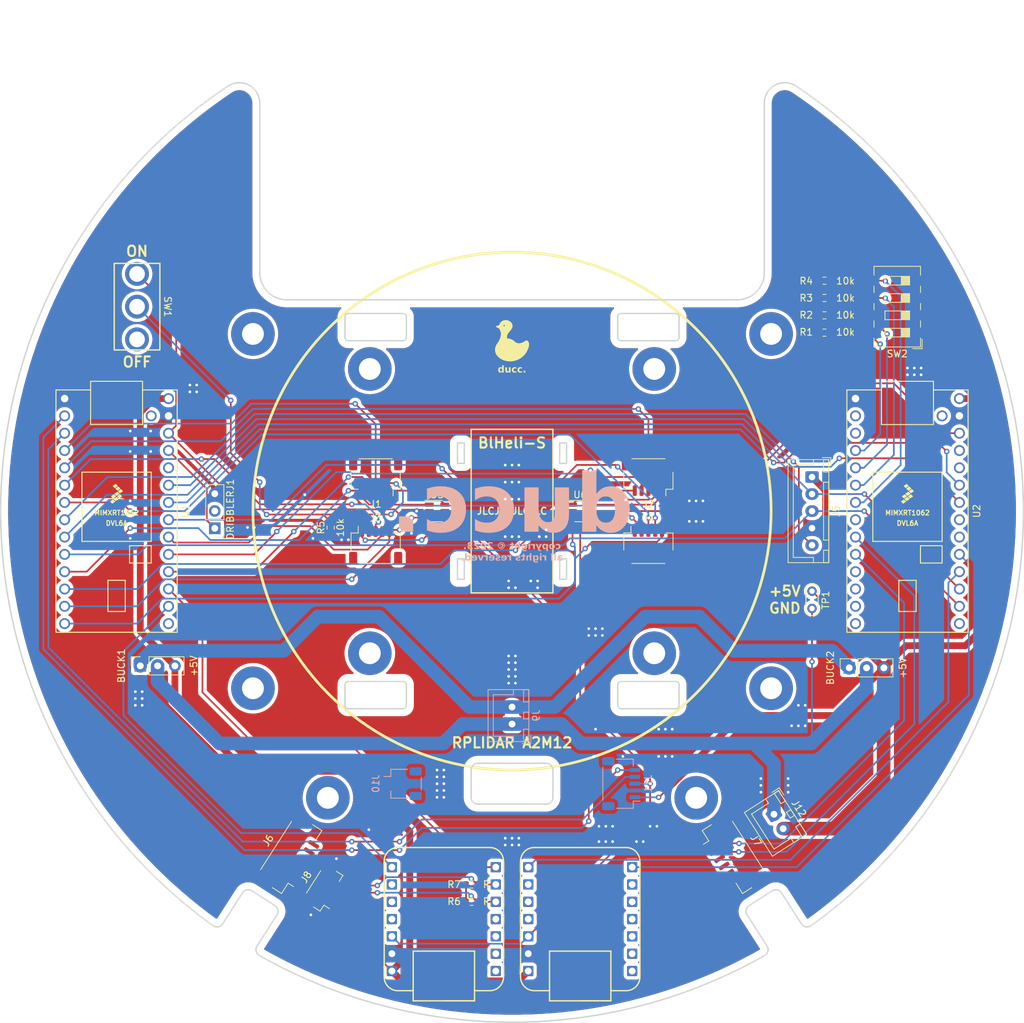
<source format=kicad_pcb>
(kicad_pcb (version 20221018) (generator pcbnew)
  (title_block (title "layer 3 pcb drawing") (date "2023-11-16") (company "ducc. Robotics"))
  (layers (0 "F.Cu" signal) (31 "B.Cu" signal) (34 "B.Paste" user) (35 "F.Paste" user) (36 "B.SilkS" user "B.Silkscreen") (37 "F.SilkS" user "F.Silkscreen") (38 "B.Mask" user) (39 "F.Mask" user) (44 "Edge.Cuts" user))
  (net 0 "")
  (net 1 "/M1INB")
  (net 2 "/M1PWM")
  (net 3 "/M1CS")
  (net 4 "/M1INA")
  (net 5 "/M2INB")
  (net 6 "/M2PWM")
  (net 7 "/M2CS")
  (net 8 "/M2INA")
  (net 9 "/M3INB")
  (net 10 "/M3PWM")
  (net 11 "/M3CS")
  (net 12 "/M3INA")
  (net 13 "/M4INB")
  (net 14 "/M4PWM")
  (net 15 "/M4CS")
  (net 16 "/M4INA")
  (net 31 "/RX")
  (net 37 "/TX")
  (net 38 "/STRAT4")
  (net 39 "/STRAT3")
  (net 40 "/STRAT2")
  (net 41 "/STRAT1")
  (net 51 "+5V")
  (net 52 "/LIDARTX")
  (net 53 "/LIDARRX")
  (net 54 "/LIDARPWM")
  (net 55 "/DRIBBLERPWM")
  (net 56 "+12V")
  (net 57 "/CAM1RX")
  (net 58 "/CAM1TX")
  (net 61 "/CAM2RX")
  (net 62 "/CAM2TX")
  (net 65 "Net-(R6-Pad2)")
  (net 66 "/IMUSCL")
  (net 67 "/IMUSDA")
  (net 68 "/L1RX")
  (net 69 "/L1TX")
  (net 70 "+3V3")
  (net 71 "/IMUTX")
  (net 72 "/IMURX")
  (net 73 "/BTRX")
  (net 74 "/BTTX")
  (net 75 "GNDD")
  (net 76 "GNDPWR")
  (net 80 "/EN")
  (footprint "libraries:xiao-esp32c3" (layer "F.Cu") (at 115 164.87 180)
    (fp_text reference "U4" hide)
    (fp_text value "MOUDLE-SEEEDUINO-XIAO-ESP32C3" hide)
  )
  (footprint "Connector_PinHeader_2.54mm:PinHeader_1x03_P2.54mm_Vertical" (layer "F.Cu") (at 61.4 107.525 180)
    (fp_text reference "DRIBBLERJ1")
    (fp_text value "Conn_01x03_Male")
  )
  (footprint "MountingHole:MountingHole_3.2mm_M3_Pad" (layer "F.Cu") (at 77.987984 147.075539)
    (fp_text reference "H9")
    (fp_text value "MountingHole")
  )
  (footprint "Resistor_SMD:R_0603_1608Metric" (layer "F.Cu") (at 150.825 73.73)
    (fp_text reference "R3")
    (fp_text value "10k")
  )
  (footprint "Package_TO_SOT_SMD:SOT-23-6" (layer "F.Cu") (at 94 105)
    (fp_text reference "U5")
    (fp_text value "74LVC2G04")
  )
  (footprint "MountingHole:MountingHole_3.2mm_M3_Pad" (layer "F.Cu") (at 84.14035 84.14035)
    (fp_text reference "H3")
    (fp_text value "MountingHole")
  )
  (footprint "Resistor_SMD:R_0603_1608Metric" (layer "F.Cu") (at 99.075 162.33 180)
    (fp_text reference "R6")
    (fp_text value "R")
  )
  (footprint "LOGO" (layer "F.Cu") (at 105 80)
    (fp_text reference "G***" hide)
    (fp_text value "LOGO" hide)
  )
  (footprint "libraries:xiao-esp32c3" (layer "F.Cu") (at 95 164.87 180)
    (fp_text reference "U3" hide)
    (fp_text value "MOUDLE-SEEEDUINO-XIAO-ESP32C3" hide)
  )
  (footprint "Resistor_SMD:R_0603_1608Metric" (layer "F.Cu") (at 150.825 71.19)
    (fp_text reference "R4")
    (fp_text value "10k")
  )
  (footprint "MountingHole:MountingHole_3.2mm_M3_Pad" (layer "F.Cu") (at 67 131)
    (fp_text reference "H7")
    (fp_text value "MountingHole")
  )
  (footprint "Connector_JST:JST_SH_BM04B-SRSS-TB_1x04-1MP_P1.00mm_Vertical" (layer "F.Cu") (at 77.585598 160.490658 57.3)
    (fp_text reference "J8")
    (fp_text value "COMPASS")
  )
  (footprint "Connector_JST:JST_SH_SM05B-SRSS-TB_1x05-1MP_P1.00mm_Horizontal" (layer "F.Cu") (at 85 100 180)
    (fp_text reference "J1")
    (fp_text value "SH1.0 5P")
  )
  (footprint "MountingHole:MountingHole_3.2mm_M3_Pad" (layer "F.Cu") (at 125.85965 125.85965)
    (fp_text reference "H6")
    (fp_text value "MountingHole")
  )
  (footprint "Connector_JST:JST_GH_BM06B-GHS-TBT_1x06-1MP_P1.25mm_Vertical" (layer "F.Cu") (at 137.414402 155.490658 -57.3)
    (fp_text reference "J7")
    (fp_text value "CAMERA2")
  )
  (footprint "MountingHole:MountingHole_3.2mm_M3_Pad" (layer "F.Cu") (at 143 131)
    (fp_text reference "H8")
    (fp_text value "MountingHole")
  )
  (footprint "Connector_JST:JST_SH_SM05B-SRSS-TB_1x05-1MP_P1.00mm_Horizontal" (layer "F.Cu") (at 85 110)
    (fp_text reference "J3")
    (fp_text value "SH1.0 5P")
  )
  (footprint "Resistor_SMD:R_0603_1608Metric" (layer "F.Cu") (at 99.075 159.79 180)
    (fp_text reference "R7")
    (fp_text value "R")
  )
  (footprint "MountingHole:MountingHole_3.2mm_M3_Pad" (layer "F.Cu") (at 125.85965 84.14035)
    (fp_text reference "H4")
    (fp_text value "MountingHole")
  )
  (footprint "MountingHole:MountingHole_3.2mm_M3_Pad" (layer "F.Cu") (at 84.14035 125.85965)
    (fp_text reference "H5")
    (fp_text value "MountingHole")
  )
  (footprint "Resistor_SMD:R_0603_1608Metric" (layer "F.Cu") (at 150.825 76.27)
    (fp_text reference "R2")
    (fp_text value "10k")
  )
  (footprint "Connector_JST:JST_GH_BM06B-GHS-TBT_1x06-1MP_P1.25mm_Vertical" (layer "F.Cu") (at 72.585598 155.490658 57.3)
    (fp_text reference "J6")
    (fp_text value "CAMERA1")
  )
  (footprint "Switches:SWITCH_SPDT_PTH_12.7X6.7MM" (layer "F.Cu") (at 50 75 -90)
    (fp_text reference "SW1")
    (fp_text value "SW_SPDT")
  )
  (footprint "Package_TO_SOT_SMD:SOT-23-6" (layer "F.Cu") (at 115 105)
    (fp_text reference "U6")
    (fp_text value "74LVC2G04")
  )
  (footprint "Resistor_SMD:R_0603_1608Metric" (layer "F.Cu") (at 78.4 107.425 90)
    (fp_text reference "R5")
    (fp_text value "10k")
  )
  (footprint "teensy:Teensy40" (layer "F.Cu") (at 163 105 -90)
    (fp_text reference "U2")
    (fp_text value "TEENSY 4.0")
  )
  (footprint "Connector_PinSocket_2.54mm:TPS5430 Board" (layer "F.Cu") (at 50.475 127.71 90)
    (fp_text reference "BUCK1")
    (fp_text value "+5V")
  )
  (footprint "Resistor_SMD:R_0603_1608Metric" (layer "F.Cu") (at 150.825 78.81)
    (fp_text reference "R1")
    (fp_text value "10k")
  )
  (footprint "Connector_PinSocket_2.54mm:TPS5430 Board" (layer "F.Cu") (at 154.46 128 90)
    (fp_text reference "BUCK2")
    (fp_text value "+5V")
  )
  (footprint "Button_Switch_SMD:SW_DIP_SPSTx04_Slide_6.7x11.72mm_W8.61mm_P2.54mm_LowProfile" (layer "F.Cu") (at 161.5 75 180)
    (fp_text reference "SW2")
    (fp_text value "SW_DIP_x04")
  )
  (footprint "MountingHole:MountingHole_3.2mm_M3_Pad" (layer "F.Cu") (at 132.012016 147.075539)
    (fp_text reference "H10")
    (fp_text value "MountingHole")
  )
  (footprint "MountingHole:MountingHole_3.2mm_M3_Pad" (layer "F.Cu") (at 67 79)
    (fp_text reference "H1")
    (fp_text value "MountingHole")
  )
  (footprint "Connector_JST:JST_XH_B2B-XH-A_1x02_P2.50mm_Vertical" (layer "F.Cu") (at 143.414402 149.490658 -57.3)
    (fp_text reference "J12")
    (fp_text value "XH2.54 2P")
  )
  (footprint "Connector_JST:JST_XH_B5B-XH-A_1x05_P2.50mm_Vertical" (layer "F.Cu") (at 149 100 -90)
    (fp_text reference "J5")
    (fp_text value "XH2.54 5P")
  )
  (footprint "Connector_JST:JST_SH_SM05B-SRSS-TB_1x05-1MP_P1.00mm_Horizontal" (layer "F.Cu") (at 125 110)
    (fp_text reference "J4")
    (fp_text value "SH1.0 5P")
  )
  (footprint "TestPoint:TestPoint_2Pads_Pitch2.54mm_Drill0.8mm" (layer "F.Cu") (at 149 116.75 -90)
    (fp_text reference "TP1")
    (fp_text value "TestPoint_2Pole")
  )
  (footprint "MountingHole:MountingHole_3.2mm_M3_Pad" (layer "F.Cu") (at 143 79)
    (fp_text reference "H2")
    (fp_text value "MountingHole")
  )
  (footprint "teensy:Teensy40" (layer "F.Cu") (at 47 105 -90)
    (fp_text reference "U1")
    (fp_text value "TEENSY 4.0")
  )
  (footprint "Connector_JST:JST_SH_SM05B-SRSS-TB_1x05-1MP_P1.00mm_Horizontal" (layer "F.Cu") (at 125 100 180)
    (fp_text reference "J2")
    (fp_text value "SH1.0 5P")
  )
  (footprint "Connector_JST:JST_SH_SM05B-SRSS-TB_1x05-1MP_P1.00mm_Horizontal" (layer "B.Cu") (at 121 145 90)
    (fp_text reference "J11")
    (fp_text value "SH1.0 5P")
  )
  (footprint "Connector_JST:JST_SH_SM02B-SRSS-TB_1x02-1MP_P1.00mm_Horizontal" (layer "B.Cu") (at 89 145 -90)
    (fp_text reference "J10")
    (fp_text value "SH1.0 2P")
  )
  (footprint "Connector_JST:JST_XH_B2B-XH-A_1x02_P2.50mm_Vertical" (layer "B.Cu") (at 105 136.25 90)
    (fp_text reference "J9")
    (fp_text value "XH2.54 2P")
  )
  (gr_rect (start 99 93) (end 111 117) (stroke (width 0.2)) (fill none) (layer "F.SilkS"))
  (gr_circle (center 105 105) (end 143 105) (stroke (width 0.4)) (fill none) (layer "F.SilkS"))
  (gr_line (start 89 130) (end 81 130) (stroke (width 0.2)) (layer "Edge.Cuts"))
  (gr_line (start 129.5 133.5) (end 129.5 130.5) (stroke (width 0.2)) (layer "Edge.Cuts"))
  (gr_line (start 112 112) (end 113 112) (stroke (width 0.2)) (layer "Edge.Cuts"))
  (gr_line (start 110 142) (end 100 142) (stroke (width 0.2)) (layer "Edge.Cuts"))
  (gr_line (start 113 112) (end 113 115) (stroke (width 0.2)) (layer "Edge.Cuts"))
  (gr_arc (start 142.047257 170.211201) (mid 105 180) (end 67.952743 170.211201) (stroke (width 0.2)) (layer "Edge.Cuts"))
  (gr_line (start 62.556131 165.560036) (end 65.469006 161.022768) (stroke (width 0.2)) (layer "Edge.Cuts"))
  (gr_arc (start 143.149243 160.721497) (mid 143.902521 160.58595) (end 144.530994 161.022768) (stroke (width 0.2)) (layer "Edge.Cuts"))
  (gr_line (start 112 98) (end 112 95) (stroke (width 0.2)) (layer "Edge.Cuts"))
  (gr_arc (start 70.2168 162.882458) (mid 70.653644 163.510942) (end 70.51807 164.26421) (stroke (width 0.2)) (layer "Edge.Cuts"))
  (gr_line (start 138 74) (end 72 74) (stroke (width 0.2)) (layer "Edge.Cuts"))
  (gr_line (start 89.5 79.5) (end 89.5 76.5) (stroke (width 0.2)) (layer "Edge.Cuts"))
  (gr_line (start 112 95) (end 113 95) (stroke (width 0.2)) (layer "Edge.Cuts"))
  (gr_arc (start 89 76) (mid 89.353553 76.146447) (end 89.5 76.5) (stroke (width 0.2)) (layer "Edge.Cuts"))
  (gr_line (start 100 148) (end 110 148) (stroke (width 0.2)) (layer "Edge.Cuts"))
  (gr_line (start 121 76) (end 129 76) (stroke (width 0.2)) (layer "Edge.Cuts"))
  (gr_line (start 112 115) (end 112 112) (stroke (width 0.2)) (layer "Edge.Cuts"))
  (gr_line (start 81 134) (end 89 134) (stroke (width 0.2)) (layer "Edge.Cuts"))
  (gr_arc (start 67.952743 170.211201) (mid 67.475762 169.581085) (end 67.605196 168.801478) (stroke (width 0.2)) (layer "Edge.Cuts"))
  (gr_arc (start 146.666667 42.639044) (mid 179.988003 103.658618) (end 148.870317 165.830874) (stroke (width 0.2)) (layer "Edge.Cuts"))
  (gr_arc (start 142 70) (mid 140.828427 72.828427) (end 138 74) (stroke (width 0.2)) (layer "Edge.Cuts"))
  (gr_line (start 97 115) (end 97 112) (stroke (width 0.2)) (layer "Edge.Cuts"))
  (gr_arc (start 81 134) (mid 80.646447 133.853553) (end 80.5 133.5) (stroke (width 0.2)) (layer "Edge.Cuts"))
  (gr_arc (start 120.5 130.5) (mid 120.646447 130.146447) (end 121 130) (stroke (width 0.2)) (layer "Edge.Cuts"))
  (gr_line (start 120.5 79.5) (end 120.5 76.5) (stroke (width 0.2)) (layer "Edge.Cuts"))
  (gr_arc (start 63.333333 42.639044) (mid 66.414217 42.487734) (end 68 45.133482) (stroke (width 0.2)) (layer "Edge.Cuts"))
  (gr_line (start 129 80) (end 121 80) (stroke (width 0.2)) (layer "Edge.Cuts"))
  (gr_line (start 97 112) (end 98 112) (stroke (width 0.2)) (layer "Edge.Cuts"))
  (gr_arc (start 99 143) (mid 99.292893 142.292893) (end 100 142) (stroke (width 0.2)) (layer "Edge.Cuts"))
  (gr_line (start 142.394804 168.801478) (end 139.48193 164.26421) (stroke (width 0.2)) (layer "Edge.Cuts"))
  (gr_arc (start 129 76) (mid 129.353553 76.146447) (end 129.5 76.5) (stroke (width 0.2)) (layer "Edge.Cuts"))
  (gr_arc (start 148.870317 165.830874) (mid 148.098853 166.00223) (end 147.443869 165.560036) (stroke (width 0.2)) (layer "Edge.Cuts"))
  (gr_line (start 68 70) (end 68 45.133482) (stroke (width 0.2)) (layer "Edge.Cuts"))
  (gr_line (start 98 115) (end 97 115) (stroke (width 0.2)) (layer "Edge.Cuts"))
  (gr_arc (start 129.5 133.5) (mid 129.353553 133.853553) (end 129 134) (stroke (width 0.2)) (layer "Edge.Cuts"))
  (gr_arc (start 89.5 133.5) (mid 89.353553 133.853553) (end 89 134) (stroke (width 0.2)) (layer "Edge.Cuts"))
  (gr_line (start 89.5 133.5) (end 89.5 130.5) (stroke (width 0.2)) (layer "Edge.Cuts"))
  (gr_line (start 129.5 76.5) (end 129.5 79.5) (stroke (width 0.2)) (layer "Edge.Cuts"))
  (gr_line (start 98 98) (end 97 98) (stroke (width 0.2)) (layer "Edge.Cuts"))
  (gr_line (start 144.530994 161.022768) (end 147.443869 165.560036) (stroke (width 0.2)) (layer "Edge.Cuts"))
  (gr_arc (start 111 147) (mid 110.707107 147.707107) (end 110 148) (stroke (width 0.2)) (layer "Edge.Cuts"))
  (gr_line (start 113 115) (end 112 115) (stroke (width 0.2)) (layer "Edge.Cuts"))
  (gr_line (start 121 134) (end 129 134) (stroke (width 0.2)) (layer "Edge.Cuts"))
  (gr_arc (start 81 80) (mid 80.646447 79.853553) (end 80.5 79.5) (stroke (width 0.2)) (layer "Edge.Cuts"))
  (gr_arc (start 121 80) (mid 120.646447 79.853553) (end 120.5 79.5) (stroke (width 0.2)) (layer "Edge.Cuts"))
  (gr_arc (start 129.5 79.5) (mid 129.353553 79.853553) (end 129 80) (stroke (width 0.2)) (layer "Edge.Cuts"))
  (gr_arc (start 129 130) (mid 129.353553 130.146447) (end 129.5 130.5) (stroke (width 0.2)) (layer "Edge.Cuts"))
  (gr_arc (start 65.469006 161.022768) (mid 66.097483 160.58597) (end 66.850757 160.721497) (stroke (width 0.2)) (layer "Edge.Cuts"))
  (gr_line (start 98 95) (end 98 98) (stroke (width 0.2)) (layer "Edge.Cuts"))
  (gr_line (start 70.51807 164.26421) (end 67.605196 168.801478) (stroke (width 0.2)) (layer "Edge.Cuts"))
  (gr_line (start 97 95) (end 98 95) (stroke (width 0.2)) (layer "Edge.Cuts"))
  (gr_line (start 80.5 76.5) (end 80.5 79.5) (stroke (width 0.2)) (layer "Edge.Cuts"))
  (gr_line (start 142 45.133482) (end 142 70) (stroke (width 0.2)) (layer "Edge.Cuts"))
  (gr_line (start 89 76) (end 81 76) (stroke (width 0.2)) (layer "Edge.Cuts"))
  (gr_arc (start 139.48193 164.26421) (mid 139.34641 163.510954) (end 139.7832 162.882458) (stroke (width 0.2)) (layer "Edge.Cuts"))
  (gr_line (start 113 98) (end 112 98) (stroke (width 0.2)) (layer "Edge.Cuts"))
  (gr_arc (start 110 142) (mid 110.707107 142.292893) (end 111 143) (stroke (width 0.2)) (layer "Edge.Cuts"))
  (gr_arc (start 89.5 79.5) (mid 89.353553 79.853553) (end 89 80) (stroke (width 0.2)) (layer "Edge.Cuts"))
  (gr_arc (start 61.129683 165.830874) (mid 30.011997 103.658618) (end 63.333333 42.639044) (stroke (width 0.2)) (layer "Edge.Cuts"))
  (gr_line (start 113 95) (end 113 98) (stroke (width 0.2)) (layer "Edge.Cuts"))
  (gr_line (start 81 80) (end 89 80) (stroke (width 0.2)) (layer "Edge.Cuts"))
  (gr_arc (start 89 130) (mid 89.353553 130.146447) (end 89.5 130.5) (stroke (width 0.2)) (layer "Edge.Cuts"))
  (gr_line (start 139.7832 162.882458) (end 143.149243 160.721497) (stroke (width 0.2)) (layer "Edge.Cuts"))
  (gr_arc (start 142.394804 168.801478) (mid 142.52421 169.581078) (end 142.047257 170.211201) (stroke (width 0.2)) (layer "Edge.Cuts"))
  (gr_line (start 111 147) (end 111 143) (stroke (width 0.2)) (layer "Edge.Cuts"))
  (gr_line (start 99 143) (end 99 147) (stroke (width 0.2)) (layer "Edge.Cuts"))
  (gr_line (start 80.5 130.5) (end 80.5 133.5) (stroke (width 0.2)) (layer "Edge.Cuts"))
  (gr_arc (start 62.556131 165.560036) (mid 61.901153 166.00226) (end 61.129683 165.830874) (stroke (width 0.2)) (layer "Edge.Cuts"))
  (gr_arc (start 142 45.133482) (mid 143.58579 42.487747) (end 146.666667 42.639044) (stroke (width 0.2)) (layer "Edge.Cuts"))
  (gr_arc (start 120.5 76.5) (mid 120.646447 76.146447) (end 121 76) (stroke (width 0.2)) (layer "Edge.Cuts"))
  (gr_arc (start 100 148) (mid 99.292893 147.707107) (end 99 147) (stroke (width 0.2)) (layer "Edge.Cuts"))
  (gr_arc (start 80.5 130.5) (mid 80.646447 130.146447) (end 81 130) (stroke (width 0.2)) (layer "Edge.Cuts"))
  (gr_line (start 66.850757 160.721497) (end 70.2168 162.882458) (stroke (width 0.2)) (layer "Edge.Cuts"))
  (gr_line (start 120.5 130.5) (end 120.5 133.5) (stroke (width 0.2)) (layer "Edge.Cuts"))
  (gr_arc (start 72 74) (mid 69.171573 72.828427) (end 68 70) (stroke (width 0.2)) (layer "Edge.Cuts"))
  (gr_line (start 98 112) (end 98 115) (stroke (width 0.2)) (layer "Edge.Cuts"))
  (gr_line (start 129 130) (end 121 130) (stroke (width 0.2)) (layer "Edge.Cuts"))
  (gr_line (start 97 98) (end 97 95) (stroke (width 0.2)) (layer "Edge.Cuts"))
  (gr_arc (start 80.5 76.5) (mid 80.646447 76.146447) (end 81 76) (stroke (width 0.2)) (layer "Edge.Cuts"))
  (gr_arc (start 121 134) (mid 120.646447 133.853553) (end 120.5 133.5) (stroke (width 0.2)) (layer "Edge.Cuts"))
  (gr_text "ducc." (at 105 104.5) (layer "B.SilkS") (effects (font (size 8.5 8.5) (thickness 0.3) bold) (justify mirror)))
  (gr_text "copyright © 2023.\nall rights reserved." (at 105 111) (layer "B.SilkS") (effects (font (size 1 1) (thickness 0.25) bold) (justify mirror)))
  (gr_text "OFF" (at 50 82.25) (layer "F.SilkS") (effects (font (size 1.5 1.5) (thickness 0.3) bold) (justify top)))
  (gr_text "BlHeli-S" (at 105 95) (layer "F.SilkS") (effects (font (size 1.5 1.5) (thickness 0.3) bold)))
  (gr_text "RPLIDAR A2M12" (at 105 139) (layer "F.SilkS") (effects (font (size 1.5 1.5) (thickness 0.3) bold)))
  (gr_text "GND" (at 147.5 119.25) (layer "F.SilkS") (effects (font (size 1.5 1.5) (thickness 0.3) bold) (justify right)))
  (gr_text "JLCJLCJLCJLC" (at 105 105) (layer "F.SilkS") (effects (font (size 1 1) (thickness 0.2) bold)))
  (gr_text "ON" (at 50 67.75) (layer "F.SilkS") (effects (font (size 1.5 1.5) (thickness 0.3) bold) (justify bottom)))
  (gr_text "ducc." (at 105 84.25) (layer "F.SilkS") (effects (font (size 1 1) (thickness 0.25) bold)))
  (gr_text "+5V" (at 147.5 116.75) (layer "F.SilkS") (effects (font (size 1.5 1.5) (thickness 0.3) bold) (justify right)))
  (segment (start 93.0875 102) (end 95.1375 104.05) (width 0.25) (layer "F.Cu") (net 1))
  (segment (start 87 102) (end 93.0875 102) (width 0.25) (layer "F.Cu") (net 1))
  (segment (start 85 92.25) (end 85 102) (width 0.25) (layer "F.Cu") (net 2))
  (segment (start 82 89.25) (end 85 92.25) (width 0.25) (layer "F.Cu") (net 2))
  (via (at 82 89.25) (size 0.8) (drill 0.4) (layers "F.Cu" "B.Cu") (net 2))
  (segment (start 82 89.25) (end 66.75 89.25) (width 0.25) (layer "B.Cu") (net 2))
  (segment (start 66.75 89.25) (end 63.845 92.155) (width 0.25) (layer "B.Cu") (net 2))
  (segment (start 43.335 92.155) (end 39.38 96.11) (width 0.25) (layer "B.Cu") (net 2))
  (segment (start 63.845 92.155) (end 43.335 92.155) (width 0.25) (layer "B.Cu") (net 2))
  (segment (start 81 100) (end 83 100) (width 0.25) (layer "F.Cu") (net 3))
  (segment (start 73 108) (end 67.11 113.89) (width 0.25) (layer "F.Cu") (net 3))
  (segment (start 83 100) (end 84 101) (width 0.25) (layer "F.Cu") (net 3))
  (segment (start 67.11 113.89) (end 54.62 113.89) (width 0.25) (layer "F.Cu") (net 3))
  (segment (start 84 101) (end 84 102) (width 0.25) (layer "F.Cu") (net 3))
  (via (at 81 100) (size 0.8) (drill 0.4) (layers "F.Cu" "B.Cu") (net 3))
  (via (at 73 108) (size 0.8) (drill 0.4) (layers "F.Cu" "B.Cu") (net 3))
  (segment (start 81 100) (end 73 108) (width 0.25) (layer "B.Cu") (net 3))
  (segment (start 83 102) (end 83 103) (width 0.25) (layer "F.Cu") (net 4))
  (segment (start 83 103) (end 84.05 104.05) (width 0.25) (layer "F.Cu") (net 4))
  (segment (start 83 102) (end 81 102) (width 0.25) (layer "F.Cu") (net 4))
  (segment (start 84.05 104.05) (end 92.8625 104.05) (width 0.25) (layer "F.Cu") (net 4))
  (segment (start 42.61 113.89) (end 49 107.5) (width 0.25) (layer "F.Cu") (net 4))
  (segment (start 39.38 113.89) (end 42.61 113.89) (width 0.25) (layer "F.Cu") (net 4))
  (via (at 49 107.5) (size 0.8) (drill 0.4) (layers "F.Cu" "B.Cu") (net 4))
  (via (at 81 102) (size 0.8) (drill 0.4) (layers "F.Cu" "B.Cu") (net 4))
  (segment (start 49 107.5) (end 59 107.5) (width 0.25) (layer "B.Cu") (net 4))
  (segment (start 81 102) (end 73.75 109.25) (width 0.25) (layer "B.Cu") (net 4))
  (segment (start 59 107.5) (end 60.75 109.25) (width 0.25) (layer "B.Cu") (net 4))
  (segment (start 60.75 109.25) (end 73.75 109.25) (width 0.25) (layer "B.Cu") (net 4))
  (segment (start 127 102.774999) (end 127 102) (width 0.25) (layer "F.Cu") (net 5))
  (segment (start 125.724999 104.05) (end 127 102.774999) (width 0.25) (layer "F.Cu") (net 5))
  (segment (start 116.1375 104.05) (end 125.724999 104.05) (width 0.25) (layer "F.Cu") (net 5))
  (segment (start 123.5255 90.0255) (end 125 91.5) (width 0.25) (layer "F.Cu") (net 6))
  (segment (start 125 91.5) (end 125 102) (width 0.25) (layer "F.Cu") (net 6))
  (via (at 123.5255 90.0255) (size 0.8) (drill 0.4) (layers "F.Cu" "B.Cu") (net 6))
  (segment (start 123.5255 90.0255) (end 123.5 90) (width 0.25) (layer "B.Cu") (net 6))
  (segment (start 43.28 94.75) (end 62.25 94.75) (width 0.25) (layer "B.Cu") (net 6))
  (segment (start 39.38 98.65) (end 43.28 94.75) (width 0.25) (layer "B.Cu") (net 6))
  (segment (start 67 90) (end 123.5 90) (width 0.25) (layer "B.Cu") (net 6))
  (segment (start 62.25 94.75) (end 67 90) (width 0.25) (layer "B.Cu") (net 6))
  (segment (start 124 101) (end 124 102) (width 0.25) (layer "F.Cu") (net 7))
  (segment (start 116.5 99) (end 117.5 100) (width 0.25) (layer "F.Cu") (net 7))
  (segment (start 117.5 100) (end 123 100) (width 0.25) (layer "F.Cu") (net 7))
  (segment (start 67.15 111.35) (end 70.5 108) (width 0.25) (layer "F.Cu") (net 7))
  (segment (start 54.62 111.35) (end 67.15 111.35) (width 0.25) (layer "F.Cu") (net 7))
  (segment (start 123 100) (end 124 101) (width 0.25) (layer "F.Cu") (net 7))
  (via (at 70.5 108) (size 0.8) (drill 0.4) (layers "F.Cu" "B.Cu") (net 7))
  (via (at 116.5 99) (size 0.8) (drill 0.4) (layers "F.Cu" "B.Cu") (net 7))
  (segment (start 81.300305 99.275) (end 81.525305 99.5) (width 0.25) (layer "B.Cu") (net 7))
  (segment (start 79.225 99.275) (end 81.300305 99.275) (width 0.25) (layer "B.Cu") (net 7))
  (segment (start 81.525305 99.5) (end 116 99.5) (width 0.25) (layer "B.Cu") (net 7))
  (segment (start 70.5 108) (end 79.225 99.275) (width 0.25) (layer "B.Cu") (net 7))
  (segment (start 116 99.5) (end 116.5 99) (width 0.25) (layer "B.Cu") (net 7))
  (segment (start 112.2 104.05) (end 113.8625 104.05) (width 0.25) (layer "F.Cu") (net 8))
  (segment (start 115.9125 102) (end 123 102) (width 0.25) (layer "F.Cu") (net 8))
  (segment (start 113.8625 104.05) (end 115.9125 102) (width 0.25) (layer "F.Cu") (net 8))
  (segment (start 105.5 110.75) (end 112.2 104.05) (width 0.25) (layer "F.Cu") (net 8))
  (via (at 105.5 110.75) (size 0.8) (drill 0.4) (layers "F.Cu" "B.Cu") (net 8))
  (segment (start 50.07 116.43) (end 39.38 116.43) (width 0.25) (layer "B.Cu") (net 8))
  (segment (start 94.502588 112.765) (end 53.735 112.765) (width 0.25) (layer "B.Cu") (net 8))
  (segment (start 53.735 112.765) (end 50.07 116.43) (width 0.25) (layer "B.Cu") (net 8))
  (segment (start 96.517588 110.75) (end 94.502588 112.765) (width 0.25) (layer "B.Cu") (net 8))
  (segment (start 105.5 110.75) (end 96.517588 110.75) (width 0.25) (layer "B.Cu") (net 8))
  (segment (start 95.1375 105.95) (end 91.8375 109.25) (width 0.25) (layer "F.Cu") (net 9))
  (segment (start 83.476008 109.2755) (end 83 108.799492) (width 0.25) (layer "F.Cu") (net 9))
  (segment (start 83 108.799492) (end 83 108) (width 0.25) (layer "F.Cu") (net 9))
  (segment (start 91.8375 109.25) (end 91.75 109.25) (width 0.25) (layer "F.Cu") (net 9))
  (via (at 91.75 109.25) (size 0.8) (drill 0.4) (layers "F.Cu" "B.Cu") (net 9))
  (via (at 83.476008 109.2755) (size 0.8) (drill 0.4) (layers "F.Cu" "B.Cu") (net 9))
  (segment (start 83.501508 109.25) (end 91.75 109.25) (width 0.25) (layer "B.Cu") (net 9))
  (segment (start 83.476008 109.2755) (end 83.501508 109.25) (width 0.25) (layer "B.Cu") (net 9))
  (segment (start 61.362701 97.362701) (end 68 104) (width 0.25) (layer "F.Cu") (net 10))
  (segment (start 85.4 106.6) (end 85 107) (width 0.25) (layer "F.Cu") (net 10))
  (segment (start 68 104) (end 81.5 104) (width 0.25) (layer "F.Cu") (net 10))
  (segment (start 59.437299 97.362701) (end 61.362701 97.362701) (width 0.25) (layer "F.Cu") (net 10))
  (segment (start 85 107) (end 85 108) (width 0.25) (layer "F.Cu") (net 10))
  (via (at 85.4 106.6) (size 0.8) (drill 0.4) (layers "F.Cu" "B.Cu") (net 10))
  (via (at 59.437299 97.362701) (size 0.8) (drill 0.4) (layers "F.Cu" "B.Cu") (net 10))
  (via (at 81.5 104) (size 0.8) (drill 0.4) (layers "F.Cu" "B.Cu") (net 10))
  (segment (start 85.4 106.6) (end 85.4 105.9) (width 0.25) (layer "B.Cu") (net 10))
  (segment (start 59.437299 97.362701) (end 43.207299 97.362701) (width 0.25) (layer "B.Cu") (net 10))
  (segment (start 43.207299 97.362701) (end 39.38 101.19) (width 0.25) (layer "B.Cu") (net 10))
  (segment (start 83.5 104) (end 81.5 104) (width 0.25) (layer "B.Cu") (net 10))
  (segment (start 85.4 105.9) (end 83.5 104) (width 0.25) (layer "B.Cu") (net 10))
  (segment (start 54.62 108.81) (end 55.419999 109.609999) (width 0.25) (layer "F.Cu") (net 11))
  (segment (start 75.4 107.2) (end 78.85 110.65) (width 0.25) (layer "F.Cu") (net 11))
  (segment (start 66.390001 109.609999) (end 68.8 107.2) (width 0.25) (layer "F.Cu") (net 11))
  (segment (start 55.419999 109.609999) (end 66.390001 109.609999) (width 0.25) (layer "F.Cu") (net 11))
  (segment (start 78.85 110.65) (end 83.800908 110.65) (width 0.25) (layer "F.Cu") (net 11))
  (segment (start 86 108.450908) (end 86 108) (width 0.25) (layer "F.Cu") (net 11))
  (segment (start 83.800908 110.65) (end 86 108.450908) (width 0.25) (layer "F.Cu") (net 11))
  (segment (start 68.8 107.2) (end 75.4 107.2) (width 0.25) (layer "F.Cu") (net 11))
  (segment (start 87 108) (end 87 109.5) (width 0.25) (layer "F.Cu") (net 12))
  (segment (start 88.5 107.75) (end 87.25 107.75) (width 0.25) (layer "F.Cu") (net 12))
  (segment (start 87.25 107.75) (end 87 108) (width 0.25) (layer "F.Cu") (net 12))
  (segment (start 90.3 105.95) (end 92.8625 105.95) (width 0.25) (layer "F.Cu") (net 12))
  (segment (start 90.25 106) (end 90.3 105.95) (width 0.25) (layer "F.Cu") (net 12))
  (segment (start 87 109.5) (end 81.5 115) (width 0.25) (layer "F.Cu") (net 12))
  (via (at 90.25 106) (size 0.8) (drill 0.4) (layers "F.Cu" "B.Cu") (net 12))
  (via (at 88.5 107.75) (size 0.8) (drill 0.4) (layers "F.Cu" "B.Cu") (net 12))
  (via (at 81.5 115) (size 0.8) (drill 0.4) (layers "F.Cu" "B.Cu") (net 12))
  (segment (start 50.03 118.97) (end 53.985 115.015) (width 0.25) (layer "B.Cu") (net 12))
  (segment (start 81.485 115.015) (end 81.5 115) (width 0.25) (layer "B.Cu") (net 12))
  (segment (start 90.25 106) (end 88.5 107.75) (width 0.25) (layer "B.Cu") (net 12))
  (segment (start 53.985 115.015) (end 81.265 115.015) (width 0.25) (layer "B.Cu") (net 12))
  (segment (start 39.38 118.97) (end 50.03 118.97) (width 0.25) (layer "B.Cu") (net 12))
  (segment (start 81.265 115.015) (end 81.485 115.015) (width 0.25) (layer "B.Cu") (net 12))
  (segment (start 120.95 105.95) (end 123 108) (width 0.25) (layer "F.Cu") (net 13))
  (segment (start 116.1375 105.95) (end 120.95 105.95) (width 0.25) (layer "F.Cu") (net 13))
  (segment (start 39.38 103.73) (end 47.73 103.73) (width 0.25) (layer "F.Cu") (net 14))
  (segment (start 47.73 103.73) (end 49 105) (width 0.25) (layer "F.Cu") (net 14))
  (segment (start 125 106) (end 125 108) (width 0.25) (layer "F.Cu") (net 14))
  (via (at 49 105) (size 0.8) (drill 0.4) (layers "F.Cu" "B.Cu") (net 14))
  (via (at 125 106) (size 0.8) (drill 0.4) (layers "F.Cu" "B.Cu") (net 14))
  (segment (start 125 105.267588) (end 125 106) (width 0.25) (layer "B.Cu") (net 14))
  (segment (start 68.25 93.75) (end 113.482412 93.75) (width 0.25) (layer "B.Cu") (net 14))
  (segment (start 113.482412 93.75) (end 125 105.267588) (width 0.25) (layer "B.Cu") (net 14))
  (segment (start 49 105) (end 57 105) (width 0.25) (layer "B.Cu") (net 14))
  (segment (start 57 105) (end 68.25 93.75) (width 0.25) (layer "B.Cu") (net 14))
  (segment (start 94.75 98.7755) (end 98.2245 102.25) (width 0.25) (layer "F.Cu") (net 15))
  (segment (start 120.225 98.225) (end 120.5 98.5) (width 0.25) (layer "F.Cu") (net 15))
  (segment (start 98.2245 102.25) (end 110.482412 102.25) (width 0.25) (layer "F.Cu") (net 15))
  (segment (start 126 108) (end 126 106) (width 0.25) (layer "F.Cu") (net 15))
  (segment (start 110.482412 102.25) (end 114.507412 98.225) (width 0.25) (layer "F.Cu") (net 15))
  (segment (start 114.507412 98.225) (end 120.225 98.225) (width 0.25) (layer "F.Cu") (net 15))
  (via (at 126 106) (size 0.8) (drill 0.4) (layers "F.Cu" "B.Cu") (net 15))
  (via (at 120.5 98.5) (size 0.8) (drill 0.4) (layers "F.Cu" "B.Cu") (net 15))
  (via (at 94.75 98.7755) (size 0.8) (drill 0.4) (layers "F.Cu" "B.Cu") (net 15))
  (segment (start 126 106) (end 126 104) (width 0.25) (layer "B.Cu") (net 15))
  (segment (start 94.1995 98.225) (end 77.775 98.225) (width 0.25) (layer "B.Cu") (net 15))
  (segment (start 69.73 106.27) (end 54.62 106.27) (width 0.25) (layer "B.Cu") (net 15))
  (segment (start 94.75 98.7755) (end 94.1995 98.225) (width 0.25) (layer "B.Cu") (net 15))
  (segment (start 77.775 98.225) (end 69.73 106.27) (width 0.25) (layer "B.Cu") (net 15))
  (segment (start 126 104) (end 120.5 98.5) (width 0.25) (layer "B.Cu") (net 15))
  (segment (start 127 108.774999) (end 126.274999 109.5) (width 0.25) (layer "F.Cu") (net 16))
  (segment (start 126.274999 109.5) (end 116.75 109.5) (width 0.25) (layer "F.Cu") (net 16))
  (segment (start 113.8625 109.8625) (end 113.8625 105.95) (width 0.25) (layer "F.Cu") (net 16))
  (segment (start 116.75 109.5) (end 115.75 110.5) (width 0.25) (layer "F.Cu") (net 16))
  (segment (start 127 108) (end 127 108.774999) (width 0.25) (layer "F.Cu") (net 16))
  (segment (start 115.75 110.5) (end 115.7245 110.5) (width 0.25) (layer "F.Cu") (net 16))
  (segment (start 113.9 109.9) (end 113.8625 109.8625) (width 0.25) (layer "F.Cu") (net 16))
  (via (at 113.9 109.9) (size 0.8) (drill 0.4) (layers "F.Cu" "B.Cu") (net 16))
  (via (at 115.7245 110.5) (size 0.8) (drill 0.4) (layers "F.Cu" "B.Cu") (net 16))
  (segment (start 114.225 112) (end 114.225 115.507412) (width 0.25) (layer "B.Cu") (net 16))
  (segment (start 114.225 115.507412) (end 111.887412 117.845) (width 0.25) (layer "B.Cu") (net 16))
  (segment (start 114.225 110.225) (end 114.225 112) (width 0.25) (layer "B.Cu") (net 16))
  (segment (start 115.7245 110.5005) (end 114.225 112) (width 0.25) (layer "B.Cu") (net 16))
  (segment (start 53.655 117.845) (end 49.99 121.51) (width 0.25) (layer "B.Cu") (net 16))
  (segment (start 115.7245 110.5) (end 115.7245 110.5005) (width 0.25) (layer "B.Cu") (net 16))
  (segment (start 113.9 109.9) (end 114.225 110.225) (width 0.25) (layer "B.Cu") (net 16))
  (segment (start 111.887412 117.845) (end 53.655 117.845) (width 0.25) (layer "B.Cu") (net 16))
  (segment (start 49.99 121.51) (end 39.38 121.51) (width 0.25) (layer "B.Cu") (net 16))
  (segment (start 144.862701 97.887299) (end 147.765 94.985) (width 0.25) (layer "F.Cu") (net 31))
  (segment (start 167.485 94.985) (end 168.75 96.25) (width 0.25) (layer "F.Cu") (net 31))
  (segment (start 143.362701 97.887299) (end 144.862701 97.887299) (width 0.25) (layer "F.Cu") (net 31))
  (segment (start 147.765 94.985) (end 167.485 94.985) (width 0.25) (layer "F.Cu") (net 31))
  (via (at 143.362701 97.887299) (size 0.8) (drill 0.4) (layers "F.Cu" "B.Cu") (net 31))
  (via (at 168.75 96.25) (size 0.8) (drill 0.4) (layers "F.Cu" "B.Cu") (net 31))
  (segment (start 168.75 96.25) (end 168.75 99.32) (width 0.25) (layer "B.Cu") (net 31))
  (segment (start 143.362701 97.862701) (end 138.5 93) (width 0.25) (layer "B.Cu") (net 31))
  (segment (start 138.5 93) (end 68 93) (width 0.25) (layer "B.Cu") (net 31))
  (segment (start 168.75 99.32) (end 170.62 101.19) (width 0.25) (layer "B.Cu") (net 31))
  (segment (start 57.27 103.73) (end 54.62 103.73) (width 0.25) (layer "B.Cu") (net 31))
  (segment (start 143.362701 97.887299) (end 143.362701 97.862701) (width 0.25) (layer "B.Cu") (net 31))
  (segment (start 68 93) (end 57.27 103.73) (width 0.25) (layer "B.Cu") (net 31))
  (segment (start 164.14 97.25) (end 153 97.25) (width 0.25) (layer "F.Cu") (net 37))
  (segment (start 170.62 103.73) (end 164.14 97.25) (width 0.25) (layer "F.Cu") (net 37))
  (via (at 153 97.25) (size 0.8) (drill 0.4) (layers "F.Cu" "B.Cu") (net 37))
  (segment (start 146 98.5) (end 151.75 98.5) (width 0.25) (layer "B.Cu") (net 37))
  (segment (start 54.62 101.19) (end 57.81 101.19) (width 0.25) (layer "B.Cu") (net 37))
  (segment (start 67.5 91.5) (end 139 91.5) (width 0.25) (layer "B.Cu") (net 37))
  (segment (start 57.81 101.19) (end 67.5 91.5) (width 0.25) (layer "B.Cu") (net 37))
  (segment (start 139 91.5) (end 146 98.5) (width 0.25) (layer "B.Cu") (net 37))
  (segment (start 151.75 98.5) (end 153 97.25) (width 0.25) (layer "B.Cu") (net 37))
  (segment (start 159.69 71.19) (end 157.195 71.19) (width 0.25) (layer "F.Cu") (net 38))
  (segment (start 159.75 71.25) (end 159.69 71.19) (width 0.25) (layer "F.Cu") (net 38))
  (segment (start 151.65 71.18) (end 157.195 71.18) (width 0.25) (layer "F.Cu") (net 38))
  (via (at 159.75 71.25) (size 0.8) (drill 0.4) (layers "F.Cu" "B.Cu") (net 38))
  (segment (start 162 73.5) (end 159.75 71.25) (width 0.25) (layer "B.Cu") (net 38))
  (segment (start 155.38 103.73) (end 156.52 103.73) (width 0.25) (layer "B.Cu") (net 38))
  (segment (start 162 98.25) (end 162 73.5) (width 0.25) (layer "B.Cu") (net 38))
  (segment (start 156.52 103.73) (end 162 98.25) (width 0.25) (layer "B.Cu") (net 38))
  (segment (start 151.65 73.723333) (end 157.191667 73.723333) (width 0.25) (layer "F.Cu") (net 39))
  (segment (start 159.73 73.73) (end 157.195 73.73) (width 0.25) (layer "F.Cu") (net 39))
  (segment (start 159.75 73.75) (end 159.73 73.73) (width 0.25) (layer "F.Cu") (net 39))
  (via (at 159.75 73.75) (size 0.8) (drill 0.4) (layers "F.Cu" "B.Cu") (net 39))
  (segment (start 161 75) (end 161 96.75) (width 0.25) (layer "B.Cu") (net 39))
  (segment (start 159.75 73.75) (end 161 75) (width 0.25) (layer "B.Cu") (net 39))
  (segment (start 161 96.75) (end 156.56 101.19) (width 0.25) (layer "B.Cu") (net 39))
  (segment (start 156.56 101.19) (end 155.38 101.19) (width 0.25) (layer "B.Cu") (net 39))
  (segment (start 157.27 76.27) (end 157.195 76.27) (width 0.25) (layer "F.Cu") (net 40))
  (segment (start 160 79) (end 157.27 76.27) (width 0.25) (layer "F.Cu") (net 40))
  (segment (start 151.65 76.266666) (end 157.188334 76.266666) (width 0.25) (layer "F.Cu") (net 40))
  (segment (start 157.188334 76.266666) (end 157.195 76.26) (width 0.25) (layer "F.Cu") (net 40))
  (via (at 160 79) (size 0.8) (drill 0.4) (layers "F.Cu" "B.Cu") (net 40))
  (segment (start 160 79) (end 160 95.25) (width 0.25) (layer "B.Cu") (net 40))
  (segment (start 156.6 98.65) (end 155.38 98.65) (width 0.25) (layer "B.Cu") (net 40))
  (segment (start 160 95.25) (end 156.6 98.65) (width 0.25) (layer "B.Cu") (net 40))
  (segment (start 159 80.5) (end 158.885 80.5) (width 0.25) (layer "F.Cu") (net 41))
  (segment (start 157.195 78.8) (end 151.66 78.8) (width 0.25) (layer "F.Cu") (net 41))
  (segment (start 151.66 78.8) (end 151.65 78.81) (width 0.25) (layer "F.Cu") (net 41))
  (segment (start 158.885 80.5) (end 157.195 78.81) (width 0.25) (layer "F.Cu") (net 41))
  (via (at 159 80.5) (size 0.8) (drill 0.4) (layers "F.Cu" "B.Cu") (net 41))
  (segment (start 155.38 96.11) (end 156.64 96.11) (width 0.25) (layer "B.Cu") (net 41))
  (segment (start 156.64 96.11) (end 159 93.75) (width 0.25) (layer "B.Cu") (net 41))
  (segment (start 159 93.75) (end 159 80.5) (width 0.25) (layer "B.Cu") (net 41))
  (segment (start 172.49 88.49) (end 174 90) (width 1) (layer "F.Cu") (net 51))
  (segment (start 126.5 147) (end 126.572122 147) (width 0.25) (layer "F.Cu") (net 51))
  (segment (start 52.498679 88.49) (end 50.475 90.513679) (width 1) (layer "F.Cu") (net 51))
  (segment (start 65.940539 143.175539) (end 81.175539 143.175539) (width 1) (layer "F.Cu") (net 51))
  (segment (start 55.555 127.71) (end 55.555 132.79) (width 1) (layer "F.Cu") (net 51))
  (segment (start 174 122.25) (end 171.5 124.75) (width 1) (layer "F.Cu") (net 51))
  (segment (start 88.83 173.94) (end 105.93 173.94) (width 1) (layer "F.Cu") (net 51))
  (segment (start 151 119.46) (end 151 118.75) (width 1) (layer "F.Cu") (net 51))
  (segment (start 105.93 173.94) (end 107.38 172.49) (width 1) (layer "F.Cu") (net 51))
  (segment (start 87.38 172.49) (end 88.83 173.94) (width 1) (layer "F.Cu") (net 51))
  (segment (start 138.572122 135) (end 152.54 135) (width 1) (layer "F.Cu") (net 51))
  (segment (start 171.5 124.75) (end 162.79 124.75) (width 1) (layer "F.Cu") (net 51))
  (segment (start 78.972741 164.082741) (end 87.38 172.49) (width 0.25) (layer "F.Cu") (net 51))
  (segment (start 50.475 90.513679) (end 50.475 122.63) (width 1) (layer "F.Cu") (net 51))
  (segment (start 162.79 124.75) (end 159.54 128) (width 1) (layer "F.Cu") (net 51))
  (segment (start 144.765003 151.594435) (end 152.168307 151.594435) (width 2) (layer "F.Cu") (net 51))
  (segment (start 170.62 88.49) (end 172.49 88.49) (width 1) (layer "F.Cu") (net 51))
  (segment (start 55.555 132.79) (end 65.940539 143.175539) (width 1) (layer "F.Cu") (net 51))
  (segment (start 90 152) (end 90 169.87) (width 1) (layer "F.Cu") (net 51))
  (segment (start 128.112016 145.460106) (end 138.572122 135) (width 1) (layer "F.Cu") (net 51))
  (segment (start 159.54 128) (end 151 119.46) (width 1) (layer "F.Cu") (net 51))
  (segment (start 78.972741 162.169493) (end 78.972741 164.082741) (width 0.25) (layer "F.Cu") (net 51))
  (segment (start 159.5 133.399138) (end 159.5 144.262742) (width 2) (layer "F.Cu") (net 51))
  (segment (start 78.43048 161.627232) (end 78.972741 162.169493) (width 0.25) (layer "F.Cu") (net 51))
  (segment (start 159.5 133.399138) (end 159.54 133.359138) (width 2) (layer "F.Cu") (net 51))
  (segment (start 151 118.75) (end 151 102) (width 1) (layer "F.Cu") (net 51))
  (segment (start 126.572122 147) (end 128.112016 145.460106) (width 0.25) (layer "F.Cu") (net 51))
  (segment (start 174 90) (end 174 122.25) (width 1) (layer "F.Cu") (net 51))
  (segment (start 87.38 172.49) (end 90 169.87) (width 1) (layer "F.Cu") (net 51))
  (segment (start 159.54 133.359138) (end 159.54 128) (width 2) (layer "F.Cu") (net 51))
  (segment (start 152.54 135) (end 159.54 128) (width 1) (layer "F.Cu") (net 51))
  (segment (start 81.175539 143.175539) (end 90 152) (width 1) (layer "F.Cu") (net 51))
  (segment (start 149 116.75) (end 151 118.75) (width 0.25) (layer "F.Cu") (net 51))
  (segment (start 50.475 122.63) (end 55.555 127.71) (width 1) (layer "F.Cu") (net 51))
  (segment (start 151 102) (end 149 100) (width 1) (layer "F.Cu") (net 51))
  (segment (start 54.62 88.49) (end 52.498679 88.49) (width 1) (layer "F.Cu") (net 51))
  (segment (start 159.5 144.262742) (end 152.168307 151.594435) (width 2) (layer "F.Cu") (net 51))
  (via (at 126.5 147) (size 0.8) (drill 0.4) (layers "F.Cu" "B.Cu") (net 51))
  (segment (start 123 147) (end 126.5 147) (width 0.25) (layer "B.Cu") (net 51))
  (segment (start 156.69 102.5) (end 170.62 116.43) (width 0.25) (layer "F.Cu") (net 52))
  (via (at 156.69 102.5) (size 0.8) (drill 0.4) (layers "F.Cu" "B.Cu") (net 52))
  (segment (start 45.585 102.605) (end 57.395 102.605) (width 0.25) (layer "B.Cu") (net 52))
  (segment (start 156.69 102.5) (end 149 102.5) (width 0.25) (layer "B.Cu") (net 52))
  (segment (start 67.75 92.25) (end 138.75 92.25) (width 0.25) (layer "B.Cu") (net 52))
  (segment (start 39.38 108.81) (end 45.585 102.605) (width 0.25) (layer "B.Cu") (net 52))
  (segment (start 138.75 92.25) (end 149 102.5) (width 0.25) (layer "B.Cu") (net 52))
  (segment (start 57.395 102.605) (end 67.75 92.25) (width 0.25) (layer "B.Cu") (net 52))
  (segment (start 170.62 118.97) (end 156.65 105) (width 0.25) (layer "F.Cu") (net 53))
  (via (at 156.65 105) (size 0.8) (drill 0.4) (layers "F.Cu" "B.Cu") (net 53))
  (segment (start 156.65 105) (end 149 105) (width 0.25) (layer "B.Cu") (net 53))
  (segment (start 39.38 111.35) (end 50.15 111.35) (width 0.25) (layer "B.Cu") (net 53))
  (segment (start 50.15 111.35) (end 51.5 110) (width 0.25) (layer "B.Cu") (net 53))
  (segment (start 113.5 109) (end 145 109) (width 0.25) (layer "B.Cu") (net 53))
  (segment (start 112.5 110) (end 113.5 109) (width 0.25) (layer "B.Cu") (net 53))
  (segment (start 51.5 110) (end 112.5 110) (width 0.25) (layer "B.Cu") (net 53))
  (segment (start 145 109) (end 149 105) (width 0.25) (layer "B.Cu") (net 53))
  (segment (start 147.069087 108.069087) (end 149 110) (width 0.25) (layer "F.Cu") (net 54))
  (segment (start 147.069087 98.544489) (end 147.069087 108.069087) (width 0.25) (layer "F.Cu") (net 54))
  (segment (start 146.262299 97.737701) (end 147.069087 98.544489) (width 0.25) (layer "F.Cu") (net 54))
  (via (at 146.262299 97.737701) (size 0.8) (drill 0.4) (layers "F.Cu" "B.Cu") (net 54))
  (segment (start 139.25 90.75) (end 67.25 90.75) (width 0.25) (layer "B.Cu") (net 54))
  (segment (start 58 100) (end 45.65 100) (width 0.25) (layer "B.Cu") (net 54))
  (segment (start 67.25 90.75) (end 58 100) (width 0.25) (layer "B.Cu") (net 54))
  (segment (start 146.237701 97.737701) (end 139.25 90.75) (width 0.25) (layer "B.Cu") (net 54))
  (segment (start 146.262299 97.737701) (end 146.237701 97.737701) (width 0.25) (layer "B.Cu") (net 54))
  (segment (start 45.65 100) (end 39.38 106.27) (width 0.25) (layer "B.Cu") (net 54))
  (segment (start 60.225 106.35) (end 60.225 101.715) (width 0.25) (layer "F.Cu") (net 55))
  (segment (start 60.225 101.715) (end 54.62 96.11) (width 0.25) (layer "F.Cu") (net 55))
  (segment (start 61.4 107.525) (end 60.225 106.35) (width 0.25) (layer "F.Cu") (net 55))
  (segment (start 71.5 125.5) (end 52.11373 125.5) (width 2) (layer "B.Cu") (net 56))
  (segment (start 50.475 127.13873) (end 50.475 127.71) (width 2) (layer "B.Cu") (net 56))
  (segment (start 151.96 125.5) (end 154.46 128) (width 2) (layer "B.Cu") (net 56))
  (segment (start 76.5 120.5) (end 71.5 125.5) (width 2) (layer "B.Cu") (net 56))
  (segment (start 111.25 133.75) (end 105 133.75) (width 2) (layer "B.Cu") (net 56))
  (segment (start 52.11373 125.5) (end 50.475 127.13873) (width 2) (layer "B.Cu") (net 56))
  (segment (start 105 133.75) (end 98.75 133.75) (width 2) (layer "B.Cu") (net 56))
  (segment (start 151 125.5) (end 151.96 125.5) (width 2) (layer "B.Cu") (net 56))
  (segment (start 98.75 133.75) (end 85.5 120.5) (width 2) (layer "B.Cu") (net 56))
  (segment (start 85.5 120.5) (end 76.5 120.5) (width 2) (layer "B.Cu") (net 56))
  (segment (start 132.5 120.5) (end 124.5 120.5) (width 2) (layer "B.Cu") (net 56))
  (segment (start 137.5 125.5) (end 132.5 120.5) (width 2) (layer "B.Cu") (net 56))
  (segment (start 124.5 120.5) (end 111.25 133.75) (width 2) (layer "B.Cu") (net 56))
  (segment (start 151 125.5) (end 137.5 125.5) (width 2) (layer "B.Cu") (net 56))
  (segment (start 138.293245 153.7755) (end 138.267745 153.75) (width 0.25) (layer "F.Cu") (net 61))
  (segment (start 138.267745 153.75) (end 134.24961 153.75) (width 0.25) (layer "F.Cu") (net 61))
  (segment (start 134.24961 153.75) (end 134.085205 153.914405) (width 0.25) (layer "F.Cu") (net 61))
  (via (at 138.293245 153.7755) (size 0.8) (drill 0.4) (layers "F.Cu" "B.Cu") (net 61))
  (segment (start 162.5 118.47) (end 155.38 111.35) (width 0.25) (layer "B.Cu") (net 61))
  (segment (start 138.293245 153.7755) (end 144.4745 153.7755) (width 0.25) (layer "B.Cu") (net 61))
  (segment (start 162.5 135.75) (end 162.5 118.47) (width 0.25) (layer "B.Cu") (net 61))
  (segment (start 144.4745 153.7755) (end 162.5 135.75) (width 0.25) (layer "B.Cu") (net 61))
  (segment (start 134.794211 155) (end 134.760505 154.966294) (width 0.25) (layer "F.Cu") (net 62))
  (segment (start 138.25 155) (end 134.794211 155) (width 0.25) (layer "F.Cu") (net 62))
  (via (at 138.25 155) (size 0.8) (drill 0.4) (layers "F.Cu" "B.Cu") (net 62))
  (segment (start 138.25 155) (end 145.25 155) (width 0.25) (layer "B.Cu") (net 62))
  (segment (start 145.25 155) (end 164 136.25) (width 0.25) (layer "B.Cu") (net 62))
  (segment (start 164 136.25) (end 164 117.43) (width 0.25) (layer "B.Cu") (net 62))
  (segment (start 164 117.43) (end 155.38 108.81) (width 0.25) (layer "B.Cu") (net 62))
  (segment (start 98.25 162.33) (end 98.25 159.79) (width 0.25) (layer "F.Cu") (net 65))
  (segment (start 85.25 159.94421) (end 79.51096 159.94421) (width 0.25) (layer "F.Cu") (net 66))
  (segment (start 99.860103 159.79) (end 99.039169 158.969066) (width 0.25) (layer "F.Cu") (net 66))
  (segment (start 99.9 159.79) (end 99.860103 159.79) (width 0.25) (layer "F.Cu") (net 66))
  (segment (start 102.62 159.79) (end 99.9 159.79) (width 0.25) (layer "F.Cu") (net 66))
  (via (at 85.25 159.94421) (size 0.8) (drill 0.4) (layers "F.Cu" "B.Cu") (net 66))
  (via (at 99.039169 158.969066) (size 0.8) (drill 0.4) (layers "F.Cu" "B.Cu") (net 66))
  (segment (start 98.785103 158.715) (end 99.039169 158.969066) (width 0.25) (layer "B.Cu") (net 66))
  (segment (start 85.25 159.94421) (end 85.349882 159.94421) (width 0.25) (layer "B.Cu") (net 66))
  (segment (start 86.579092 158.715) (end 98.785103 158.715) (width 0.25) (layer "B.Cu") (net 66))
  (segment (start 85.349882 159.94421) (end 86.579092 158.715) (width 0.25) (layer "B.Cu") (net 66))
  (segment (start 85.25 161) (end 79.184999 161) (width 0.25) (layer "F.Cu") (net 67))
  (segment (start 99.015681 161.484488) (end 99.861193 162.33) (width 0.25) (layer "F.Cu") (net 67))
  (segment (start 78.97072 160.785721) (end 79.099097 160.914098) (width 0.25) (layer "F.Cu") (net 67))
  (segment (start 102.62 162.33) (end 99.9 162.33) (width 0.25) (layer "F.Cu") (net 67))
  (segment (start 79.184999 161) (end 78.97072 160.785721) (width 0.25) (layer "F.Cu") (net 67))
  (segment (start 99.861193 162.33) (end 99.9 162.33) (width 0.25) (layer "F.Cu") (net 67))
  (via (at 99.015681 161.484488) (size 0.8) (drill 0.4) (layers "F.Cu" "B.Cu") (net 67))
  (via (at 85.25 161) (size 0.8) (drill 0.4) (layers "F.Cu" "B.Cu") (net 67))
  (segment (start 98.531193 161) (end 99.015681 161.484488) (width 0.25) (layer "B.Cu") (net 67))
  (segment (start 85.25 161) (end 98.531193 161) (width 0.25) (layer "B.Cu") (net 67))
  (segment (start 81.5 153.5) (end 88.5 153.5) (width 0.25) (layer "F.Cu") (net 68))
  (via (at 88.5 153.5) (size 0.8) (drill 0.4) (layers "F.Cu" "B.Cu") (net 68))
  (via (at 81.5 153.5) (size 0.8) (drill 0.4) (layers "F.Cu" "B.Cu") (net 68))
  (segment (start 65.5 153.5) (end 81.5 153.5) (width 0.25) (layer "B.Cu") (net 68))
  (segment (start 37 125) (end 65.5 153.5) (width 0.25) (layer "B.Cu") (net 68))
  (segment (start 37 95.95) (end 37 125) (width 0.25) (layer "B.Cu") (net 68))
  (segment (start 91.75 150.25) (end 115.361828 150.25) (width 0.25) (layer "B.Cu") (net 68))
  (segment (start 115.361828 150.25) (end 121.611827 144) (width 0.25) (layer "B.Cu") (net 68))
  (segment (start 88.5 153.5) (end 91.75 150.25) (width 0.25) (layer "B.Cu") (net 68))
  (segment (start 121.611827 144) (end 123 144) (width 0.25) (layer "B.Cu") (net 68))
  (segment (start 39.38 93.57) (end 37 95.95) (width 0.25) (layer "B.Cu") (net 68))
  (segment (start 116.25 150.5) (end 116.25 147.25) (width 0.25) (layer "F.Cu") (net 69))
  (segment (start 81.5 154.75) (end 88.5 154.75) (width 0.25) (layer "F.Cu") (net 69))
  (segment (start 116.25 147.25) (end 120.5 143) (width 0.25) (layer "F.Cu") (net 69))
  (via (at 81.5 154.75) (size 0.8) (drill 0.4) (layers "F.Cu" "B.Cu") (net 69))
  (via (at 116.25 150.5) (size 0.8) (drill 0.4) (layers "F.Cu" "B.Cu") (net 69))
  (via (at 120.5 143) (size 0.8) (drill 0.4) (layers "F.Cu" "B.Cu") (net 69))
  (via (at 88.5 154.75) (size 0.8) (drill 0.4) (layers "F.Cu" "B.Cu") (net 69))
  (segment (start 39.38 91.03) (end 36.25 94.16) (width 0.25) (layer "B.Cu") (net 69))
  (segment (start 120.5 143) (end 123 143) (width 0.25) (layer "B.Cu") (net 69))
  (segment (start 88.5 154.75) (end 91.75 151.5) (width 0.25) (layer "B.Cu") (net 69))
  (segment (start 65.75 154.75) (end 81.5 154.75) (width 0.25) (layer "B.Cu") (net 69))
  (segment (start 36.25 94.16) (end 36.25 125.25) (width 0.25) (layer "B.Cu") (net 69))
  (segment (start 115.25 151.5) (end 116.25 150.5) (width 0.25) (layer "B.Cu") (net 69))
  (segment (start 91.75 151.5) (end 115.25 151.5) (width 0.25) (layer "B.Cu") (net 69))
  (segment (start 36.25 125.25) (end 65.75 154.75) (width 0.25) (layer "B.Cu") (net 69))
  (segment (start 116.1375 105) (end 135 105) (width 0.25) (layer "F.Cu") (net 70))
  (segment (start 135 105) (end 150 90) (width 0.25) (layer "F.Cu") (net 70))
  (segment (start 150 84) (end 152.25 86.25) (width 0.25) (layer "F.Cu") (net 70))
  (segment (start 168.32 93.57) (end 170.62 93.57) (width 0.25) (layer "F.Cu") (net 70))
  (segment (start 54.62 93.57) (end 55.745 92.445) (width 0.25) (layer "F.Cu") (net 70))
  (segment (start 115.475001 105) (end 115 105.475001) (width 0.25) (layer "F.Cu") (net 70))
  (segment (start 150 71.19) (end 150 73.73) (width 0.25) (layer "F.Cu") (net 70))
  (segment (start 161 86.25) (end 168.32 93.57) (width 0.25) (layer "F.Cu") (net 70))
  (segment (start 115 105.475001) (end 115 127) (width 0.25) (layer "F.Cu") (net 70))
  (segment (start 115 133) (end 115 127) (width 0.25) (layer "F.Cu") (net 70))
  (segment (start 95.1375 105) (end 94.475001 105) (width 0.25) (layer "F.Cu") (net 70))
  (segment (start 125.25 149.54) (end 125.25 145) (width 0.25) (layer "F.Cu") (net 70))
  (segment (start 90 107) (end 87.75 104.75) (width 0.25) (layer "F.Cu") (net 70))
  (segment (start 125.25 145) (end 125.25 143.25) (width 0.25) (layer "F.Cu") (net 70))
  (segment (start 95.799999 105) (end 115 124.2) (width 0.25) (layer "F.Cu") (net 70))
  (segment (start 94.475001 105) (end 94 105.475001) (width 0.25) (layer "F.Cu") (net 70))
  (segment (start 116.1375 105) (end 115.475001 105) (width 0.25) (layer "F.Cu") (net 70))
  (segment (start 152.25 86.25) (end 161 86.25) (width 0.25) (layer "F.Cu") (net 70))
  (segment (start 55.745 75.945) (end 50 70.2) (width 0.25) (layer "F.Cu") (net 70))
  (segment (start 65.8 104.75) (end 54.62 93.57) (width 0.25) (layer "F.Cu") (net 70))
  (segment (start 93.150908 107) (end 90 107) (width 0.25) (layer "F.Cu") (net 70))
  (segment (start 94 106.150908) (end 93.150908 107) (width 0.25) (layer "F.Cu") (net 70))
  (segment (start 115 124.2) (end 115 127) (width 0.25) (layer "F.Cu") (net 70))
  (segment (start 150 76.27) (end 150 78.81) (width 0.25) (layer "F.Cu") (net 70))
  (segment (start 94 105.475001) (end 94 106.150908) (width 0.25) (layer "F.Cu") (net 70))
  (segment (start 87.75 104.75) (end 65.8 104.75) (width 0.25) (layer "F.Cu") (net 70))
  (segment (start 150 73.73) (end 150 76.27) (width 0.25) (layer "F.Cu") (net 70))
  (segment (start 150 73.723333) (end 150 76.266666) (width 0.25) (layer "F.Cu") (net 70))
  (segment (start 125.25 143.25) (end 115 133) (width 0.25) (layer "F.Cu") (net 70))
  (segment (start 55.745 92.445) (end 55.745 75.945) (width 0.25) (layer "F.Cu") (net 70))
  (segment (start 150 90) (end 150 78.81) (width 0.25) (layer "F.Cu") (net 70))
  (segment (start 150 78.81) (end 150 84) (width 0.25) (layer "F.Cu") (net 70))
  (segment (start 150 76.266666) (end 150 78.81) (width 0.25) (layer "F.Cu") (net 70))
  (segment (start 95.799999 105) (end 95.1375 105) (width 0.25) (layer "F.Cu") (net 70))
  (segment (start 150 71.18) (end 150 73.723333) (width 0.25) (layer "F.Cu") (net 70))
  (segment (start 107.38 167.41) (end 125.25 149.54) (width 0.25) (layer "F.Cu") (net 70))
  (via (at 125.25 145) (size 0.8) (drill 0.4) (layers "F.Cu" "B.Cu") (net 70))
  (segment (start 87.38 167.41) (end 88.455 168.485) (width 0.25) (layer "B.Cu") (net 70))
  (segment (start 106.305 168.485) (end 107.38 167.41) (width 0.25) (layer "B.Cu") (net 70))
  (segment (start 125.25 145) (end 123 145) (width 0.25) (layer "B.Cu") (net 70))
  (segment (start 88.455 168.485) (end 106.305 168.485) (width 0.25) (layer "B.Cu") (net 70))
  (segment (start 54.62 116.43) (end 59.595 121.405) (width 0.25) (layer "F.Cu") (net 71))
  (segment (start 67.971782 139.971782) (end 82.028218 139.971782) (width 0.25) (layer "F.Cu") (net 71))
  (segment (start 82.028218 139.971782) (end 99.306436 157.25) (width 0.25) (layer "F.Cu") (net 71))
  (segment (start 59.595 121.405) (end 59.595 131.595) (width 0.25) (layer "F.Cu") (net 71))
  (segment (start 99.306436 157.25) (end 102.62 157.25) (width 0.25) (layer "F.Cu") (net 71))
  (segment (start 59.595 131.595) (end 67.971782 139.971782) (width 0.25) (layer "F.Cu") (net 71))
  (segment (start 82.38 152.25) (end 65.25 152.25) (width 0.25) (layer "B.Cu") (net 72))
  (segment (start 48 135) (end 48 125.59) (width 0.25) (layer "B.Cu") (net 72))
  (segment (start 87.38 157.25) (end 82.38 152.25) (width 0.25) (layer "B.Cu") (net 72))
  (segment (start 65.25 152.25) (end 48 135) (width 0.25) (layer "B.Cu") (net 72))
  (segment (start 48 125.59) (end 54.62 118.97) (width 0.25) (layer "B.Cu") (net 72))
  (segment (start 122.62 157.25) (end 146.75 157.25) (width 0.25) (layer "B.Cu") (net 73))
  (segment (start 146.75 157.25) (end 172 132) (width 0.25) (layer "B.Cu") (net 73))
  (segment (start 172 112.73) (end 170.62 111.35) (width 0.25) (layer "B.Cu") (net 73))
  (segment (start 172 132) (end 172 112.73) (width 0.25) (layer "B.Cu") (net 73))
  (segment (start 108.455 156.175) (end 145.825 156.175) (width 0.25) (layer "B.Cu") (net 74))
  (segment (start 145.825 156.175) (end 169 133) (width 0.25) (layer "B.Cu") (net 74))
  (segment (start 107.38 157.25) (end 108.455 156.175) (width 0.25) (layer "B.Cu") (net 74))
  (segment (start 169 115.51) (end 170.62 113.89) (width 0.25) (layer "B.Cu") (net 74))
  (segment (start 169 133) (end 169 115.51) (width 0.25) (layer "B.Cu") (net 74))
  (via (at 119.75 153.5) (size 0.8) (drill 0.4) (layers "F.Cu" "B.Cu") (net 75))
  (via (at 146 136.5) (size 0.8) (drill 0.4) (layers "F.Cu" "B.Cu") (net 75))
  (via (at 123.25 153.5) (size 0.8) (drill 0.4) (layers "F.Cu" "B.Cu") (net 75))
  (via (at 109 108.75) (size 0.8) (drill 0.4) (layers "F.Cu" "B.Cu") (net 75))
  (via (at 104.5 116.25) (size 0.8) (drill 0.4) (layers "F.Cu" "B.Cu") (net 75))
  (via (at 148 136.5) (size 0.8) (drill 0.4) (layers "F.Cu" "B.Cu") (net 75))
  (via (at 105.5 128.25) (size 0.8) (drill 0.4) (layers "F.Cu" "B.Cu") (net 75))
  (via (at 116.25 123.25) (size 0.8) (drill 0.4) (layers "F.Cu" "B.Cu") (net 75))
  (via (at 104.5 126.25) (size 0.8) (drill 0.4) (layers "F.Cu" "B.Cu") (net 75))
  (via (at 164 85) (size 0.8) (drill 0.4) (layers "F.Cu" "B.Cu") (net 75))
  (via (at 147 136.5) (size 0.8) (drill 0.4) (layers "F.Cu" "B.Cu") (net 75))
  (via (at 124.25 153.5) (size 0.8) (drill 0.4) (layers "F.Cu" "B.Cu") (net 75))
  (via (at 119.75 151.25) (size 0.8) (drill 0.4) (layers "F.Cu" "B.Cu") (net 75))
  (via (at 105 100.75) (size 0.8) (drill 0.4) (layers "F.Cu" "B.Cu") (net 75))
  (via (at 49 103.5) (size 0.8) (drill 0.4) (layers "F.Cu" "B.Cu") (net 75))
  (via (at 118.75 153.5) (size 0.8) (drill 0.4) (layers "F.Cu" "B.Cu") (net 75))
  (via (at 81 109.2) (size 0.8) (drill 0.4) (layers "F.Cu" "B.Cu") (net 75))
  (via (at 117.25 137) (size 0.8) (drill 0.4) (layers "F.Cu" "B.Cu") (net 75))
  (via (at 104.5 115.25) (size 0.8) (drill 0.4) (layers "F.Cu" "B.Cu") (net 75))
  (via (at 126.25 151.25) (size 0.8) (drill 0.4) (layers "F.Cu" "B.Cu") (net 75))
  (via (at 104 98.25) (size 0.8) (drill 0.4) (layers "F.Cu" "B.Cu") (net 75))
  (via (at 132 103.5) (size 0.8) (drill 0.4) (layers "F.Cu" "B.Cu") (net 75))
  (via (at 117.25 123.25) (size 0.8) (drill 0.4) (layers "F.Cu" "B.Cu") (net 75))
  (via (at 104 103.25) (size 0.8) (drill 0.4) (layers "F.Cu" "B.Cu") (net 75))
  (via (at 94 144) (size 0.8) (drill 0.4) (layers "F.Cu" "B.Cu") (net 75))
  (via (at 94 147) (size 0.8) (drill 0.4) (layers "F.Cu" "B.Cu") (net 75))
  (via (at 67.2 107.4) (size 0.8) (drill 0.4) (layers "F.Cu" "B.Cu") (net 75))
  (via (at 133 106.5) (size 0.8) (drill 0.4) (layers "F.Cu" "B.Cu") (net 75))
  (via (at 141.5 145.25) (size 0.8) (drill 0.4) (layers "F.Cu" "B.Cu") (net 75))
  (via (at 52 93.25) (size 0.8) (drill 0.4) (layers "F.Cu" "B.Cu") (net 75))
  (via (at 66.2 107.4) (size 0.8) (drill 0.4) (layers "F.Cu" "B.Cu") (net 75))
  (via (at 58.75 86.5) (size 0.8) (drill 0.4) (layers "F.Cu" "B.Cu") (net 75))
  (via (at 50.75 131.5) (size 0.8) (drill 0.4) (layers "F.Cu" "B.Cu") (net 75))
  (via (at 106 108.75) (size 0.8) (drill 0.4) (layers "F.Cu" "B.Cu") (net 75))
  (via (at 58.75 87.5) (size 0.8) (drill 0.4) (layers "F.Cu" "B.Cu") (net 75))
  (via (at 105 154) (size 0.8) (drill 0.4) (layers "F.Cu" "B.Cu") (net 75))
  (via (at 91 105) (size 0.8) (drill 0.4) (layers "F.Cu" "B.Cu") (net 75))
  (via (at 118.75 151.25) (size 0.8) (drill 0.4) (layers "F.Cu" "B.Cu") (net 75))
  (via (at 50.75 133.5) (size 0.8) (drill 0.4) (layers "F.Cu" "B.Cu") (net 75))
  (via (at 79.25 156) (size 0.8) (drill 0.4) (layers "F.Cu" "B.Cu") (net 75))
  (via (at 117.75 153.5) (size 0.8) (drill 0.4) (layers "F.Cu" "B.Cu") (net 75))
  (via (at 117 141) (size 0.8) (drill 0.4) (layers "F.Cu" "B.Cu") (net 75))
  (via (at 148 133.5) (size 0.8) (drill 0.4) (layers "F.Cu" "B.Cu") (net 75))
  (via (at 49.75 131.5) (size 0.8) (drill 0.4) (layers "F.Cu" "B.Cu") (net 75))
  (via (at 105.5 130.25) (size 0.8) (drill 0.4) (layers "F.Cu" "B.Cu") (net 75))
  (via (at 105.5 126.25) (size 0.8) (drill 0.4) (layers "F.Cu" "B.Cu") (net 75))
  (via (at 131 103.5) (size 0.8) (drill 0.4) (layers "F.Cu" "B.Cu") (net 75))
  (via (at 105 108.75) (size 0.8) (drill 0.4) (layers "F.Cu" "B.Cu") (net 75))
  (via (at 49.75 132.5) (size 0.8) (drill 0.4) (layers "F.Cu" "B.Cu") (net 75))
  (via (at 163 84) (size 0.8) (drill 0.4) (layers "F.Cu" "B.Cu") (net 75))
  (via (at 125.25 151.25) (size 0.8) (drill 0.4) (layers "F.Cu" "B.Cu") (net 75))
  (via (at 105.5 116.25) (size 0.8) (drill 0.4) (layers "F.Cu" "B.Cu") (net 75))
  (via (at 128.5 141) (size 0.8) (drill 0.4) (layers "F.Cu" "B.Cu") (net 75))
  (via (at 75.8 109) (size 0.8) (drill 0.4) (layers "F.Cu" "B.Cu") (net 75))
  (via (at 104.5 128.25) (size 0.8) (drill 0.4) (layers "F.Cu" "B.Cu") (net 75))
  (via (at 105 103.25) (size 0.8) (drill 0.4) (layers "F.Cu" "B.Cu") (net 75))
  (via (at 141.5 144.25) (size 0.8) (drill 0.4) (layers "F.Cu" "B.Cu") (net 75))
  (via (at 104 108.75) (size 0.8) (drill 0.4) (layers "F.Cu" "B.Cu") (net 75))
  (via (at 94 146) (size 0.8) (drill 0.4) (layers "F.Cu" "B.Cu") (net 75))
  (via (at 104 100.75) (size 0.8) (drill 0.4) (layers "F.Cu" "B.Cu") (net 75))
  (via (at 94 145) (size 0.8) (drill 0.4) (layers "F.Cu" "B.Cu") (net 75))
  (via (at 133 103.5) (size 0.8) (drill 0.4) (layers "F.Cu" "B.Cu") (net 75))
  (via (at 118.25 122.25) (size 0.8) (drill 0.4) (layers "F.Cu" "B.Cu") (net 75))
  (via (at 163 85) (size 0.8) (drill 0.4) (layers "F.Cu" "B.Cu") (net 75))
  (via (at 110 108.75) (size 0.8) (drill 0.4) (layers "F.Cu" "B.Cu") (net 75))
  (via (at 145.5 145.25) (size 0.8) (drill 0.4) (layers "F.Cu" "B.Cu") (net 75))
  (via (at 105 98.25) (size 0.8) (drill 0.4) (layers "F.Cu" "B.Cu") (net 75))
  (via (at 127.5 141) (size 0.8) (drill 0.4) (layers "F.Cu" "B.Cu") (net 75))
  (via (at 57.75 87.5) (size 0.8) (drill 0.4) (layers "F.Cu" "B.Cu") (net 75))
  (via (at 104.5 129.25) (size 0.8) (drill 0.4) (layers "F.Cu" "B.Cu") (net 75))
  (via (at 164 84) (size 0.8) (drill 0.4) (layers "F.Cu" "B.Cu") (net 75))
  (via (at 52 96.25) (size 0.8) (drill 0.4) (layers "F.Cu" "B.Cu") (net 75))
  (via (at 106 103.25) (size 0.8) (drill 0.4) (layers "F.Cu" "B.Cu") (net 75))
  (via (at 147 133.5) (size 0.8) (drill 0.4) (layers "F.Cu" "B.Cu") (net 75))
  (via (at 49.75 133.5) (size 0.8) (drill 0.4) (layers "F.Cu" "B.Cu") (net 75))
  (via (at 95 145) (size 0.8) (drill 0.4) (layers "F.Cu" "B.Cu") (net 75))
  (via (at 106 98.25) (size 0.8) (drill 0.4) (layers "F.Cu" "B.Cu") (net 75))
  (via (at 104 154) (size 0.8) (drill 0.4) (layers "F.Cu" "B.Cu") (net 75))
  (via (at 106 100.75) (size 0.8) (drill 0.4) (layers "F.Cu" "B.Cu") (net 75))
  (via (at 145.5 146.25) (size 0.8) (drill 0.4) (layers "F.Cu" "B.Cu") (net 75))
  (via (at 74.6 102.6) (size 0.8) (drill 0.4) (layers "F.Cu" "B.Cu") (net 75))
  (via (at 95 147) (size 0.8) (drill 0.4) (layers "F.Cu" "B.Cu") (net 75))
  (via (at 110 107.75) (size 0.8) (drill 0.4) (layers "F.Cu" "B.Cu") (net 75))
  (via (at 116.25 122.25) (size 0.8) (drill 0.4) (layers "F.Cu" "B.Cu") (net 75))
  (via (at 105.5 129.25) (size 0.8) (drill 0.4) (layers "F.Cu" "B.Cu") (net 75))
  (via (at 49 109) (size 0.8) (drill 0.4) (layers "F.Cu" "B.Cu") (net 75))
  (via (at 121.25 141) (size 0.8) (drill 0.4) (layers "F.Cu" "B.Cu") (net 75))
  (via (at 132 106.5) (size 0.8) (drill 0.4) (layers "F.Cu" "B.Cu") (net 75))
  (via (at 107.75 115.25) (size 0.8) (drill 0.4) (layers "F.Cu" "B.Cu") (net 75))
  (via (at 95 143) (size 0.8) (drill 0.4) (layers "F.Cu" "B.Cu") (net 75))
  (via (at 117.25 122.25) (size 0.8) (drill 0.4) (layers "F.Cu" "B.Cu") (net 75))
  (via (at 57.75 86.5) (size 0.8) (drill 0.4) (layers "F.Cu" "B.Cu") (net 75))
  (via (at 104.5 130.25) (size 0.8) (drill 0.4) (layers "F.Cu" "B.Cu") (net 75))
  (via (at 90.25 108.25) (size 0.8) (drill 0.4) (layers "F.Cu" "B.Cu") (net 75))
  (via (at 84 151.75) (size 0.8) (drill 0.4) (layers "F.Cu" "B.Cu") (net 75))
  (via (at 117.75 151.25) (size 0.8) (drill 0.4) (layers "F.Cu" "B.Cu") (net 75))
  (via (at 141.5 146.25) (size 0.8) (drill 0.4) (layers "F.Cu" "B.Cu") (net 75))
  (via (at 131 106.5) (size 0.8) (drill 0.4) (layers "F.Cu" "B.Cu") (net 75))
  (via (at 49 96.25) (size 0.8) (drill 0.4) (layers "F.Cu" "B.Cu") (net 75))
  (via (at 94 143) (size 0.8) (drill 0.4) (layers "F.Cu" "B.Cu") (net 75))
  (via (at 127.5 137) (size 0.8) (drill 0.4) (layers "F.Cu" "B.Cu") (net 75))
  (via (at 108.75 115.25) (size 0.8) (drill 0.4) (layers "F.Cu" "B.Cu") (net 75))
  (via (at 75.5 164.25) (size 0.8) (drill 0.4) (layers "F.Cu" "B.Cu") (net 75))
  (via (at 104.5 127.25) (size 0.8) (drill 0.4) (layers "F.Cu" "B.Cu") (net 75))
  (via (at 126.5 137) (size 0.8) (drill 0.4) (layers "F.Cu" "B.Cu") (net 75))
  (via (at 145.5 144.25) (size 0.8) (drill 0.4) (layers "F.Cu" "B.Cu") (net 75))
  (via (at 104 153) (size 0.8) (drill 0.4) (layers "F.Cu" "B.Cu") (net 75))
  (via (at 126.5 141) (size 0.8) (drill 0.4) (layers "F.Cu" "B.Cu") (net 75))
  (via (at 165 84) (size 0.8) (drill 0.4) (layers "F.Cu" "B.Cu") (net 75))
  (via (at 105.5 127.25) (size 0.8) (drill 0.4) (layers "F.Cu" "B.Cu") (net 75))
  (via (at 80 109.2) (size 0.8) (drill 0.4) (layers "F.Cu" "B.Cu") (net 75))
  (via (at 50.75 132.5) (size 0.8) (drill 0.4) (layers "F.Cu" "B.Cu") (net 75))
  (via (at 95 146) (size 0.8) (drill 0.4) (layers "F.Cu" "B.Cu") (net 75))
  (via (at 106 153) (size 0.8) (drill 0.4) (layers "F.Cu" "B.Cu") (net 75))
  (via (at 165 85) (size 0.8) (drill 0.4) (layers "F.Cu" "B.Cu") (net 75))
  (via (at 128.5 137) (size 0.8) (drill 0.4) (layers "F.Cu" "B.Cu") (net 75))
  (via (at 106 154) (size 0.8) (drill 0.4) (layers "F.Cu" "B.Cu") (net 75))
  (via (at 118.25 123.25) (size 0.8) (drill 0.4) (layers "F.Cu" "B.Cu") (net 75))
  (via (at 95 144) (size 0.8) (drill 0.4) (layers "F.Cu" "B.Cu") (net 75))
  (via (at 108.75 116.25) (size 0.8) (drill 0.4) (layers "F.Cu" "B.Cu") (net 75))
  (via (at 105 153) (size 0.8) (drill 0.4) (layers "F.Cu" "B.Cu") (net 75))
  (via (at 49 93.25) (size 0.8) (drill 0.4) (layers "F.Cu" "B.Cu") (net 75))
  (segment (start 149 119.29) (end 149 127.0995) (width 0.25) (layer "F.Cu") (net 76))
  (via (at 149 127.0995) (size 0.8) (drill 0.4) (layers "F.Cu" "B.Cu") (net 76))
  (segment (start 112.25 136.25) (end 115.1 139.1) (width 2) (layer "B.Cu") (net 76))
  (segment (start 140.5 139.1) (end 143.414402 142.014402) (width 2) (layer "B.Cu") (net 76))
  (segment (start 115.1 139.1) (end 140.5 139.1) (width 2) (layer "B.Cu") (net 76))
  (segment (start 140.5 139.1) (end 148.9 139.1) (width 2) (layer "B.Cu") (net 76))
  (segment (start 94.9 139.1) (end 62.1 139.1) (width 2) (layer "B.Cu") (net 76))
  (segment (start 105 136.25) (end 112.25 136.25) (width 2) (layer "B.Cu") (net 76))
  (segment (start 148.9 139.1) (end 157 131) (width 2) (layer "B.Cu") (net 76))
  (segment (start 53.015 130.015) (end 53.015 127.71) (width 2) (layer "B.Cu") (net 76))
  (segment (start 149 139) (end 148.9 139.1) (width 0.25) (layer "B.Cu") (net 76))
  (segment (start 97.75 136.25) (end 105 136.25) (width 2) (layer "B.Cu") (net 76))
  (segment (start 97.75 136.25) (end 94.9 139.1) (width 2) (layer "B.Cu") (net 76))
  (segment (start 149 127.0995) (end 149 139) (width 0.25) (layer "B.Cu") (net 76))
  (segment (start 62.1 139.1) (end 53.015 130.015) (width 2) (layer "B.Cu") (net 76))
  (segment (start 157 131) (end 157 128) (width 2) (layer "B.Cu") (net 76))
  (segment (start 143.414402 142.014402) (end 143.414402 149.490658) (width 2) (layer "B.Cu") (net 76))
  (segment (start 124 107.4) (end 122.6 106) (width 0.25) (layer "F.Cu") (net 80))
  (segment (start 124 108) (end 124 107.4) (width 0.25) (layer "F.Cu") (net 80))
  (segment (start 88 101) (end 87.9 100.9) (width 0.25) (layer "F.Cu") (net 80))
  (segment (start 126 102.774999) (end 126 102) (width 0.25) (layer "F.Cu") (net 80))
  (segment (start 69 105.5) (end 77 105.5) (width 0.25) (layer "F.Cu") (net 80))
  (segment (start 121.6745 103.3255) (end 125.449499 103.3255) (width 0.25) (layer "F.Cu") (net 80))
  (segment (start 86.649092 100.9) (end 86 101.549092) (width 0.25) (layer "F.Cu") (net 80))
  (segment (start 68 100.75) (end 63.75 96.5) (width 0.25) (layer "F.Cu") (net 80))
  (segment (start 82.75 105.5) (end 84 106.75) (width 0.25) (layer "F.Cu") (net 80))
  (segment (start 86 101.549092) (end 86 102) (width 0.25) (layer "F.Cu") (net 80))
  (segment (start 125.449499 103.3255) (end 126 102.774999) (width 0.25) (layer "F.Cu") (net 80))
  (segment (start 63.75 96.5) (end 63.75 88.75) (width 0.25) (layer "F.Cu") (net 80))
  (segment (start 78.4 106.6) (end 77.3 105.5) (width 0.25) (layer "F.Cu") (net 80))
  (segment (start 84 108) (end 84 106.75) (width 0.25) (layer "F.Cu") (net 80))
  (segment (start 82.75 105.5) (end 87.2245 105.5) (width 0.25) (layer "F.Cu") (net 80))
  (segment (start 87.2245 105.5) (end 87.25 105.4745) (width 0.25) (layer "F.Cu") (net 80))
  (segment (start 77.3 105.5) (end 77 105.5) (width 0.25) (layer "F.Cu") (net 80))
  (segment (start 87.9 100.9) (end 86.649092 100.9) (width 0.25) (layer "F.Cu") (net 80))
  (segment (start 77 105.5) (end 82.75 105.5) (width 0.25) (layer "F.Cu") (net 80))
  (via (at 88 101) (size 0.8) (drill 0.4) (layers "F.Cu" "B.Cu") (net 80))
  (via (at 87.25 105.4745) (size 0.8) (drill 0.4) (layers "F.Cu" "B.Cu") (net 80))
  (via (at 122.6 106) (size 0.8) (drill 0.4) (layers "F.Cu" "B.Cu") (net 80))
  (via (at 121.6745 103.3255) (size 0.8) (drill 0.4) (layers "F.Cu" "B.Cu") (net 80))
  (via (at 63.75 88.75) (size 0.8) (drill 0.4) (layers "F.Cu" "B.Cu") (net 80))
  (via (at 69 105.5) (size 0.8) (drill 0.4) (layers "F.Cu" "B.Cu") (net 80))
  (via (at 68 100.75) (size 0.8) (drill 0.4) (layers "F.Cu" "B.Cu") (net 80))
  (segment (start 89 103.7245) (end 87.25 105.4745) (width 0.25) (layer "B.Cu") (net 80))
  (segment (start 89 102) (end 89 103.7245) (width 0.25) (layer "B.Cu") (net 80))
  (segment (start 87.25 105.4745) (end 88.5245 104.2) (width 0.25) (layer "B.Cu") (net 80))
  (segment (start 88 101) (end 89 102) (width 0.25) (layer "B.Cu") (net 80))
  (segment (start 122.6 106) (end 120.8 104.2) (width 0.25) (layer "B.Cu") (net 80))
  (segment (start 88.5245 104.2) (end 120.8 104.2) (width 0.25) (layer "B.Cu") (net 80))
  (segment (start 68 100.75) (end 68 104.5) (width 0.25) (layer "B.Cu") (net 80))
  (segment (start 121.6745 103.3255) (end 120.8 104.2) (width 0.25) (layer "B.Cu") (net 80))
  (segment (start 68 104.5) (end 69 105.5) (width 0.25) (layer "B.Cu") (net 80))
  (segment (start 50 75) (end 63.75 88.75) (width 0.25) (layer "B.Cu") (net 80))
  (zone (net 75) (net_name "GNDD") (layers "F&B.Cu") (connect_pads yes (clearance 0.508)) (min_thickness 0.25) (fill yes (thermal_gap 0.5) (thermal_bridge_width 0.5))
    (polygon (pts (xy 180 105) (xy 179.979991 103.267658) (xy 179.919973 101.536241) (xy 179.81998 99.806671) (xy 179.680063 98.079873) (xy 179.500299 96.356767) (xy 179.280782 94.638273) (xy 179.021631 92.925308) (xy 178.722982 91.218786) (xy 178.384997 89.519617) (xy 178.007854 87.828709) (xy 177.591756 86.146962) (xy 177.136923 84.475276) (xy 176.6436 82.814541) (xy 176.112049 81.165644) (xy 175.542553 79.529464) (xy 174.935417 77.906875) (xy 174.290965 76.298743) (xy 173.60954 74.705925) (xy 172.891506 73.129271) (xy 172.137247 71.569623) (xy 171.347164 70.027813) (xy 170.521679 68.504664) (xy 169.661233 67.000988) (xy 168.766285 65.517588) (xy 167.837312 64.055255) (xy 166.874811 62.614769) (xy 165.879293 61.196899) (xy 164.851292 59.802402) (xy 163.791355 58.432022) (xy 162.700048 57.08649) (xy 161.577953 55.766523) (xy 160.425669 54.472827) (xy 159.24381 53.206091) (xy 158.033009 51.966991) (xy 156.793909 50.75619) (xy 155.527173 49.574331) (xy 154.233477 48.422047) (xy 152.91351 47.299952) (xy 151.567978 46.208645) (xy 150.197598 45.148708) (xy 148.803101 44.120707) (xy 147.385231 43.125189) (xy 145.944745 42.162688) (xy 144.482412 41.233715) (xy 142.999012 40.338767) (xy 141.495336 39.478321) (xy 139.972187 38.652836) (xy 138.430377 37.862753) (xy 136.870729 37.108494) (xy 135.294075 36.39046) (xy 133.701257 35.709035) (xy 132.093125 35.064583) (xy 130.470536 34.457447) (xy 128.834356 33.887951) (xy 127.185459 33.3564) (xy 125.524724 32.863077) (xy 123.853038 32.408244) (xy 122.171291 31.992146) (xy 120.480383 31.615003) (xy 118.781214 31.277018) (xy 117.074692 30.978369) (xy 115.361727 30.719218) (xy 113.643233 30.499701) (xy 111.920127 30.319937) (xy 110.193329 30.18002) (xy 108.463759 30.080027) (xy 106.732342 30.020009) (xy 105 30) (xy 103.267658 30.020009) (xy 101.536241 30.080027) (xy 99.806671 30.18002) (xy 98.079873 30.319937) (xy 96.356767 30.499701) (xy 94.638273 30.719218) (xy 92.925308 30.978369) (xy 91.218786 31.277018) (xy 89.519617 31.615003) (xy 87.828709 31.992146) (xy 86.146962 32.408244) (xy 84.475276 32.863077) (xy 82.814541 33.3564) (xy 81.165644 33.887951) (xy 79.529464 34.457447) (xy 77.906875 35.064583) (xy 76.298743 35.709035) (xy 74.705925 36.39046) (xy 73.129271 37.108494) (xy 71.569623 37.862753) (xy 70.027813 38.652836) (xy 68.504664 39.478321) (xy 67.000988 40.338767) (xy 65.517588 41.233715) (xy 64.055255 42.162688) (xy 62.614769 43.125189) (xy 61.196899 44.120707) (xy 59.802402 45.148708) (xy 58.432022 46.208645) (xy 57.08649 47.299952) (xy 55.766523 48.422047) (xy 54.472827 49.574331) (xy 53.206091 50.75619) (xy 51.966991 51.966991) (xy 50.75619 53.206091) (xy 49.574331 54.472827) (xy 48.422047 55.766523) (xy 47.299952 57.08649) (xy 46.208645 58.432022) (xy 45.148708 59.802402) (xy 44.120707 61.196899) (xy 43.125189 62.614769) (xy 42.162688 64.055255) (xy 41.233715 65.517588) (xy 40.338767 67.000988) (xy 39.478321 68.504664) (xy 38.652836 70.027813) (xy 37.862753 71.569623) (xy 37.108494 73.129271) (xy 36.39046 74.705925) (xy 35.709035 76.298743) (xy 35.064583 77.906875) (xy 34.457447 79.529464) (xy 33.887951 81.165644) (xy 33.3564 82.814541) (xy 32.863077 84.475276) (xy 32.408244 86.146962) (xy 31.992146 87.828709) (xy 31.615003 89.519617) (xy 31.277018 91.218786) (xy 30.978369 92.925308) (xy 30.719218 94.638273) (xy 30.499701 96.356767) (xy 30.319937 98.079873) (xy 30.18002 99.806671) (xy 30.080027 101.536241) (xy 30.020009 103.267658) (xy 30 105) (xy 30.020009 106.732342) (xy 30.080027 108.463759) (xy 30.18002 110.193329) (xy 30.319937 111.920127) (xy 30.499701 113.643233) (xy 30.719218 115.361727) (xy 30.978369 117.074692) (xy 31.277018 118.781214) (xy 31.615003 120.480383) (xy 31.992146 122.171291) (xy 32.408244 123.853038) (xy 32.863077 125.524724) (xy 33.3564 127.185459) (xy 33.887951 128.834356) (xy 34.457447 130.470536) (xy 35.064583 132.093125) (xy 35.709035 133.701257) (xy 36.39046 135.294075) (xy 37.108494 136.870729) (xy 37.862753 138.430377) (xy 38.652836 139.972187) (xy 39.478321 141.495336) (xy 40.338767 142.999012) (xy 41.233715 144.482412) (xy 42.162688 145.944745) (xy 43.125189 147.385231) (xy 44.120707 148.803101) (xy 45.148708 150.197598) (xy 46.208645 151.567978) (xy 47.299952 152.91351) (xy 48.422047 154.233477) (xy 49.574331 155.527173) (xy 50.75619 156.793909) (xy 51.966991 158.033009) (xy 53.206091 159.24381) (xy 54.472827 160.425669) (xy 55.766523 161.577953) (xy 57.08649 162.700048) (xy 58.432022 163.791355) (xy 59.802402 164.851292) (xy 61.196899 165.879293) (xy 62.614769 166.874811) (xy 64.055255 167.837312) (xy 65.517588 168.766285) (xy 67.000988 169.661233) (xy 68.504664 170.521679) (xy 70.027813 171.347164) (xy 71.569623 172.137247) (xy 73.129271 172.891506) (xy 74.705925 173.60954) (xy 76.298743 174.290965) (xy 77.906875 174.935417) (xy 79.529464 175.542553) (xy 81.165644 176.112049) (xy 82.814541 176.6436) (xy 84.475276 177.136923) (xy 86.146962 177.591756) (xy 87.828709 178.007854) (xy 89.519617 178.384997) (xy 91.218786 178.722982) (xy 92.925308 179.021631) (xy 94.638273 179.280782) (xy 96.356767 179.500299) (xy 98.079873 179.680063) (xy 99.806671 179.81998) (xy 101.536241 179.919973) (xy 103.267658 179.979991) (xy 105 180) (xy 106.732342 179.979991) (xy 108.463759 179.919973) (xy 110.193329 179.81998) (xy 111.920127 179.680063) (xy 113.643233 179.500299) (xy 115.361727 179.280782) (xy 117.074692 179.021631) (xy 118.781214 178.722982) (xy 120.480383 178.384997) (xy 122.171291 178.007854) (xy 123.853038 177.591756) (xy 125.524724 177.136923) (xy 127.185459 176.6436) (xy 128.834356 176.112049) (xy 130.470536 175.542553) (xy 132.093125 174.935417) (xy 133.701257 174.290965) (xy 135.294075 173.60954) (xy 136.870729 172.891506) (xy 138.430377 172.137247) (xy 139.972187 171.347164) (xy 141.495336 170.521679) (xy 142.999012 169.661233) (xy 144.482412 168.766285) (xy 145.944745 167.837312) (xy 147.385231 166.874811) (xy 148.803101 165.879293) (xy 150.197598 164.851292) (xy 151.567978 163.791355) (xy 152.91351 162.700048) (xy 154.233477 161.577953) (xy 155.527173 160.425669) (xy 156.793909 159.24381) (xy 158.033009 158.033009) (xy 159.24381 156.793909) (xy 160.425669 155.527173) (xy 161.577953 154.233477) (xy 162.700048 152.91351) (xy 163.791355 151.567978) (xy 164.851292 150.197598) (xy 165.879293 148.803101) (xy 166.874811 147.385231) (xy 167.837312 145.944745) (xy 168.766285 144.482412) (xy 169.661233 142.999012) (xy 170.521679 141.495336) (xy 171.347164 139.972187) (xy 172.137247 138.430377) (xy 172.891506 136.870729) (xy 173.60954 135.294075) (xy 174.290965 133.701257) (xy 174.935417 132.093125) (xy 175.542553 130.470536) (xy 176.112049 128.834356) (xy 176.6436 127.185459) (xy 177.136923 125.524724) (xy 177.591756 123.853038) (xy 178.007854 122.171291) (xy 178.384997 120.480383) (xy 178.722982 118.781214) (xy 179.021631 117.074692) (xy 179.280782 115.361727) (xy 179.500299 113.643233) (xy 179.680063 111.920127) (xy 179.81998 110.193329) (xy 179.919973 108.463759) (xy 179.979991 106.732342)))
  )
)
</source>
